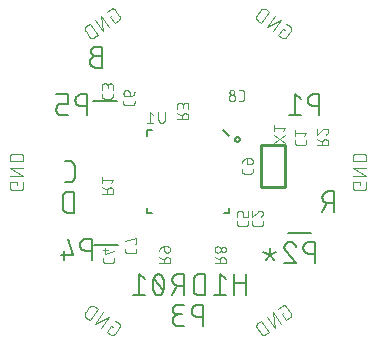
<source format=gbr>
G04 EAGLE Gerber RS-274X export*
G75*
%MOMM*%
%FSLAX34Y34*%
%LPD*%
%INSilkscreen Bottom*%
%IPPOS*%
%AMOC8*
5,1,8,0,0,1.08239X$1,22.5*%
G01*
%ADD10C,0.152400*%
%ADD11C,0.101600*%
%ADD12C,0.076200*%
%ADD13C,0.127000*%
%ADD14C,0.254000*%


D10*
X273106Y444380D02*
X268167Y444380D01*
X268027Y444378D01*
X267888Y444372D01*
X267748Y444362D01*
X267609Y444348D01*
X267470Y444331D01*
X267332Y444309D01*
X267195Y444283D01*
X267058Y444254D01*
X266922Y444221D01*
X266788Y444184D01*
X266654Y444143D01*
X266522Y444098D01*
X266390Y444049D01*
X266261Y443997D01*
X266133Y443942D01*
X266006Y443882D01*
X265881Y443819D01*
X265758Y443753D01*
X265637Y443683D01*
X265518Y443610D01*
X265401Y443533D01*
X265287Y443453D01*
X265174Y443370D01*
X265064Y443284D01*
X264957Y443194D01*
X264852Y443102D01*
X264750Y443007D01*
X264650Y442909D01*
X264553Y442808D01*
X264459Y442704D01*
X264369Y442598D01*
X264281Y442489D01*
X264196Y442378D01*
X264115Y442264D01*
X264036Y442149D01*
X263961Y442031D01*
X263890Y441911D01*
X263822Y441788D01*
X263757Y441665D01*
X263696Y441539D01*
X263638Y441411D01*
X263584Y441283D01*
X263534Y441152D01*
X263487Y441020D01*
X263444Y440887D01*
X263405Y440753D01*
X263370Y440618D01*
X263339Y440482D01*
X263311Y440344D01*
X263288Y440207D01*
X263268Y440068D01*
X263252Y439929D01*
X263240Y439790D01*
X263232Y439651D01*
X263228Y439511D01*
X263228Y439371D01*
X263232Y439231D01*
X263240Y439092D01*
X263252Y438953D01*
X263268Y438814D01*
X263288Y438675D01*
X263311Y438538D01*
X263339Y438400D01*
X263370Y438264D01*
X263405Y438129D01*
X263444Y437995D01*
X263487Y437862D01*
X263534Y437730D01*
X263584Y437599D01*
X263638Y437471D01*
X263696Y437343D01*
X263757Y437217D01*
X263822Y437094D01*
X263890Y436972D01*
X263961Y436851D01*
X264036Y436733D01*
X264115Y436618D01*
X264196Y436504D01*
X264281Y436393D01*
X264369Y436284D01*
X264459Y436178D01*
X264553Y436074D01*
X264650Y435973D01*
X264750Y435875D01*
X264852Y435780D01*
X264957Y435688D01*
X265064Y435598D01*
X265174Y435512D01*
X265287Y435429D01*
X265401Y435349D01*
X265518Y435272D01*
X265637Y435199D01*
X265758Y435129D01*
X265881Y435063D01*
X266006Y435000D01*
X266133Y434940D01*
X266261Y434885D01*
X266390Y434833D01*
X266522Y434784D01*
X266654Y434739D01*
X266788Y434698D01*
X266922Y434661D01*
X267058Y434628D01*
X267195Y434599D01*
X267332Y434573D01*
X267470Y434551D01*
X267609Y434534D01*
X267748Y434520D01*
X267888Y434510D01*
X268027Y434504D01*
X268167Y434502D01*
X268167Y434503D02*
X273106Y434503D01*
X273106Y452283D01*
X268167Y452283D01*
X268167Y452282D02*
X268043Y452280D01*
X267919Y452274D01*
X267795Y452264D01*
X267672Y452251D01*
X267549Y452233D01*
X267427Y452212D01*
X267305Y452187D01*
X267184Y452158D01*
X267065Y452125D01*
X266946Y452089D01*
X266829Y452048D01*
X266713Y452005D01*
X266598Y451957D01*
X266485Y451906D01*
X266373Y451851D01*
X266264Y451793D01*
X266156Y451732D01*
X266050Y451667D01*
X265946Y451599D01*
X265845Y451527D01*
X265745Y451453D01*
X265649Y451375D01*
X265554Y451295D01*
X265462Y451211D01*
X265373Y451125D01*
X265287Y451036D01*
X265203Y450944D01*
X265123Y450849D01*
X265045Y450753D01*
X264971Y450653D01*
X264899Y450552D01*
X264831Y450448D01*
X264766Y450342D01*
X264705Y450234D01*
X264647Y450125D01*
X264592Y450013D01*
X264541Y449900D01*
X264493Y449785D01*
X264450Y449669D01*
X264409Y449552D01*
X264373Y449433D01*
X264340Y449314D01*
X264311Y449193D01*
X264286Y449071D01*
X264265Y448949D01*
X264247Y448826D01*
X264234Y448703D01*
X264224Y448579D01*
X264218Y448455D01*
X264216Y448331D01*
X264218Y448207D01*
X264224Y448083D01*
X264234Y447959D01*
X264247Y447836D01*
X264265Y447713D01*
X264286Y447591D01*
X264311Y447469D01*
X264340Y447348D01*
X264373Y447229D01*
X264409Y447110D01*
X264450Y446993D01*
X264493Y446877D01*
X264541Y446762D01*
X264592Y446649D01*
X264647Y446537D01*
X264705Y446428D01*
X264766Y446320D01*
X264831Y446214D01*
X264899Y446110D01*
X264971Y446009D01*
X265045Y445909D01*
X265123Y445813D01*
X265203Y445718D01*
X265287Y445626D01*
X265373Y445537D01*
X265462Y445451D01*
X265554Y445367D01*
X265649Y445287D01*
X265745Y445209D01*
X265845Y445135D01*
X265946Y445063D01*
X266050Y444995D01*
X266156Y444930D01*
X266264Y444869D01*
X266373Y444811D01*
X266485Y444756D01*
X266598Y444705D01*
X266713Y444657D01*
X266829Y444614D01*
X266946Y444573D01*
X267065Y444537D01*
X267184Y444504D01*
X267305Y444475D01*
X267427Y444450D01*
X267549Y444429D01*
X267672Y444411D01*
X267795Y444398D01*
X267919Y444388D01*
X268043Y444382D01*
X268167Y444380D01*
X469872Y329631D02*
X469872Y311851D01*
X469872Y329631D02*
X464933Y329631D01*
X464793Y329629D01*
X464654Y329623D01*
X464514Y329613D01*
X464375Y329599D01*
X464236Y329582D01*
X464098Y329560D01*
X463961Y329534D01*
X463824Y329505D01*
X463688Y329472D01*
X463554Y329435D01*
X463420Y329394D01*
X463288Y329349D01*
X463156Y329300D01*
X463027Y329248D01*
X462899Y329193D01*
X462772Y329133D01*
X462647Y329070D01*
X462524Y329004D01*
X462403Y328934D01*
X462284Y328861D01*
X462167Y328784D01*
X462053Y328704D01*
X461940Y328621D01*
X461830Y328535D01*
X461723Y328445D01*
X461618Y328353D01*
X461516Y328258D01*
X461416Y328160D01*
X461319Y328059D01*
X461225Y327955D01*
X461135Y327849D01*
X461047Y327740D01*
X460962Y327629D01*
X460881Y327515D01*
X460802Y327400D01*
X460727Y327282D01*
X460656Y327162D01*
X460588Y327039D01*
X460523Y326916D01*
X460462Y326790D01*
X460404Y326662D01*
X460350Y326534D01*
X460300Y326403D01*
X460253Y326271D01*
X460210Y326138D01*
X460171Y326004D01*
X460136Y325869D01*
X460105Y325733D01*
X460077Y325595D01*
X460054Y325458D01*
X460034Y325319D01*
X460018Y325180D01*
X460006Y325041D01*
X459998Y324902D01*
X459994Y324762D01*
X459994Y324622D01*
X459998Y324482D01*
X460006Y324343D01*
X460018Y324204D01*
X460034Y324065D01*
X460054Y323926D01*
X460077Y323789D01*
X460105Y323651D01*
X460136Y323515D01*
X460171Y323380D01*
X460210Y323246D01*
X460253Y323113D01*
X460300Y322981D01*
X460350Y322850D01*
X460404Y322722D01*
X460462Y322594D01*
X460523Y322468D01*
X460588Y322345D01*
X460656Y322223D01*
X460727Y322102D01*
X460802Y321984D01*
X460881Y321869D01*
X460962Y321755D01*
X461047Y321644D01*
X461135Y321535D01*
X461225Y321429D01*
X461319Y321325D01*
X461416Y321224D01*
X461516Y321126D01*
X461618Y321031D01*
X461723Y320939D01*
X461830Y320849D01*
X461940Y320763D01*
X462053Y320680D01*
X462167Y320600D01*
X462284Y320523D01*
X462403Y320450D01*
X462524Y320380D01*
X462647Y320314D01*
X462772Y320251D01*
X462899Y320191D01*
X463027Y320136D01*
X463156Y320084D01*
X463288Y320035D01*
X463420Y319990D01*
X463554Y319949D01*
X463688Y319912D01*
X463824Y319879D01*
X463961Y319850D01*
X464098Y319824D01*
X464236Y319802D01*
X464375Y319785D01*
X464514Y319771D01*
X464654Y319761D01*
X464793Y319755D01*
X464933Y319753D01*
X469872Y319753D01*
X463945Y319753D02*
X459994Y311851D01*
X249900Y311645D02*
X249900Y329425D01*
X244962Y329425D01*
X244823Y329423D01*
X244685Y329417D01*
X244547Y329408D01*
X244409Y329394D01*
X244272Y329377D01*
X244135Y329355D01*
X243998Y329330D01*
X243863Y329301D01*
X243728Y329268D01*
X243595Y329232D01*
X243462Y329192D01*
X243331Y329148D01*
X243201Y329100D01*
X243072Y329049D01*
X242945Y328994D01*
X242819Y328936D01*
X242695Y328874D01*
X242573Y328809D01*
X242453Y328740D01*
X242334Y328668D01*
X242218Y328593D01*
X242104Y328514D01*
X241992Y328432D01*
X241883Y328347D01*
X241775Y328260D01*
X241671Y328169D01*
X241569Y328075D01*
X241470Y327978D01*
X241373Y327879D01*
X241279Y327777D01*
X241188Y327673D01*
X241101Y327565D01*
X241016Y327456D01*
X240934Y327344D01*
X240855Y327230D01*
X240780Y327114D01*
X240708Y326995D01*
X240639Y326875D01*
X240574Y326753D01*
X240512Y326629D01*
X240454Y326503D01*
X240399Y326376D01*
X240348Y326247D01*
X240300Y326117D01*
X240256Y325986D01*
X240216Y325853D01*
X240180Y325720D01*
X240147Y325585D01*
X240118Y325450D01*
X240093Y325313D01*
X240071Y325176D01*
X240054Y325039D01*
X240040Y324901D01*
X240031Y324763D01*
X240025Y324625D01*
X240023Y324486D01*
X240023Y316584D01*
X240025Y316445D01*
X240031Y316307D01*
X240040Y316169D01*
X240054Y316031D01*
X240071Y315894D01*
X240093Y315757D01*
X240118Y315620D01*
X240147Y315485D01*
X240180Y315350D01*
X240216Y315217D01*
X240256Y315084D01*
X240300Y314953D01*
X240348Y314823D01*
X240399Y314694D01*
X240454Y314567D01*
X240512Y314441D01*
X240574Y314317D01*
X240639Y314195D01*
X240708Y314075D01*
X240780Y313956D01*
X240855Y313840D01*
X240934Y313726D01*
X241016Y313614D01*
X241101Y313505D01*
X241188Y313397D01*
X241279Y313293D01*
X241373Y313191D01*
X241470Y313092D01*
X241569Y312995D01*
X241671Y312901D01*
X241775Y312810D01*
X241883Y312723D01*
X241992Y312638D01*
X242104Y312556D01*
X242218Y312477D01*
X242334Y312402D01*
X242453Y312330D01*
X242573Y312261D01*
X242695Y312196D01*
X242819Y312134D01*
X242945Y312076D01*
X243072Y312021D01*
X243201Y311970D01*
X243331Y311922D01*
X243462Y311878D01*
X243595Y311838D01*
X243728Y311802D01*
X243863Y311769D01*
X243998Y311740D01*
X244135Y311715D01*
X244272Y311693D01*
X244409Y311676D01*
X244547Y311662D01*
X244685Y311653D01*
X244823Y311647D01*
X244962Y311645D01*
X249900Y311645D01*
X246231Y337523D02*
X242280Y337523D01*
X246231Y337523D02*
X246355Y337525D01*
X246479Y337531D01*
X246603Y337541D01*
X246726Y337554D01*
X246849Y337572D01*
X246971Y337593D01*
X247093Y337618D01*
X247214Y337647D01*
X247333Y337680D01*
X247452Y337716D01*
X247569Y337757D01*
X247685Y337800D01*
X247800Y337848D01*
X247913Y337899D01*
X248025Y337954D01*
X248134Y338012D01*
X248242Y338073D01*
X248348Y338138D01*
X248452Y338206D01*
X248553Y338278D01*
X248653Y338352D01*
X248749Y338430D01*
X248844Y338510D01*
X248936Y338594D01*
X249025Y338680D01*
X249111Y338769D01*
X249195Y338861D01*
X249275Y338956D01*
X249353Y339052D01*
X249427Y339152D01*
X249499Y339253D01*
X249567Y339357D01*
X249632Y339463D01*
X249693Y339571D01*
X249751Y339680D01*
X249806Y339792D01*
X249857Y339905D01*
X249905Y340020D01*
X249948Y340136D01*
X249989Y340253D01*
X250025Y340372D01*
X250058Y340491D01*
X250087Y340612D01*
X250112Y340734D01*
X250133Y340856D01*
X250151Y340979D01*
X250164Y341102D01*
X250174Y341226D01*
X250180Y341350D01*
X250182Y341474D01*
X250182Y351352D01*
X250180Y351476D01*
X250174Y351600D01*
X250164Y351724D01*
X250151Y351847D01*
X250133Y351970D01*
X250112Y352092D01*
X250087Y352214D01*
X250058Y352335D01*
X250025Y352454D01*
X249989Y352573D01*
X249948Y352690D01*
X249905Y352806D01*
X249857Y352921D01*
X249806Y353034D01*
X249751Y353146D01*
X249693Y353255D01*
X249632Y353363D01*
X249567Y353469D01*
X249499Y353573D01*
X249427Y353674D01*
X249353Y353774D01*
X249275Y353870D01*
X249195Y353965D01*
X249111Y354057D01*
X249025Y354146D01*
X248936Y354232D01*
X248844Y354316D01*
X248749Y354396D01*
X248653Y354474D01*
X248553Y354548D01*
X248452Y354620D01*
X248348Y354688D01*
X248242Y354753D01*
X248134Y354814D01*
X248025Y354872D01*
X247913Y354927D01*
X247800Y354978D01*
X247686Y355026D01*
X247569Y355069D01*
X247452Y355110D01*
X247333Y355146D01*
X247214Y355179D01*
X247093Y355208D01*
X246971Y355233D01*
X246849Y355254D01*
X246726Y355272D01*
X246603Y355285D01*
X246479Y355295D01*
X246355Y355301D01*
X246231Y355303D01*
X242280Y355303D01*
D11*
X426501Y467300D02*
X428096Y466183D01*
X426501Y467300D02*
X422778Y461983D01*
X425968Y459749D01*
X426051Y459694D01*
X426135Y459642D01*
X426222Y459593D01*
X426310Y459547D01*
X426400Y459505D01*
X426492Y459466D01*
X426585Y459431D01*
X426679Y459399D01*
X426774Y459371D01*
X426871Y459347D01*
X426968Y459326D01*
X427066Y459310D01*
X427165Y459296D01*
X427264Y459287D01*
X427363Y459282D01*
X427463Y459280D01*
X427562Y459282D01*
X427661Y459288D01*
X427760Y459298D01*
X427859Y459311D01*
X427957Y459329D01*
X428054Y459350D01*
X428150Y459374D01*
X428246Y459403D01*
X428340Y459435D01*
X428433Y459470D01*
X428524Y459509D01*
X428614Y459552D01*
X428702Y459598D01*
X428788Y459647D01*
X428873Y459700D01*
X428955Y459756D01*
X429035Y459815D01*
X429113Y459877D01*
X429188Y459942D01*
X429261Y460009D01*
X429331Y460080D01*
X429399Y460153D01*
X429463Y460229D01*
X429525Y460307D01*
X429584Y460387D01*
X433307Y465704D01*
X433362Y465787D01*
X433414Y465871D01*
X433463Y465958D01*
X433509Y466046D01*
X433551Y466136D01*
X433590Y466228D01*
X433625Y466321D01*
X433657Y466415D01*
X433685Y466510D01*
X433709Y466607D01*
X433730Y466704D01*
X433746Y466802D01*
X433760Y466901D01*
X433769Y467000D01*
X433774Y467099D01*
X433776Y467199D01*
X433774Y467298D01*
X433768Y467397D01*
X433758Y467496D01*
X433745Y467595D01*
X433727Y467693D01*
X433706Y467790D01*
X433682Y467886D01*
X433653Y467982D01*
X433621Y468076D01*
X433586Y468169D01*
X433547Y468260D01*
X433504Y468350D01*
X433458Y468438D01*
X433409Y468524D01*
X433356Y468609D01*
X433300Y468691D01*
X433241Y468771D01*
X433179Y468849D01*
X433114Y468924D01*
X433047Y468997D01*
X432976Y469067D01*
X432903Y469135D01*
X432827Y469199D01*
X432749Y469261D01*
X432669Y469320D01*
X432670Y469320D02*
X429479Y471554D01*
X424810Y474824D02*
X418108Y465253D01*
X412791Y468976D02*
X424810Y474824D01*
X419492Y478547D02*
X412791Y468976D01*
X408121Y472246D02*
X414822Y481817D01*
X412164Y483678D01*
X412164Y483679D02*
X412070Y483742D01*
X411974Y483802D01*
X411876Y483859D01*
X411776Y483912D01*
X411674Y483962D01*
X411570Y484008D01*
X411465Y484050D01*
X411359Y484089D01*
X411251Y484124D01*
X411142Y484155D01*
X411032Y484183D01*
X410921Y484206D01*
X410810Y484226D01*
X410698Y484242D01*
X410585Y484254D01*
X410472Y484262D01*
X410359Y484266D01*
X410245Y484266D01*
X410132Y484262D01*
X410019Y484254D01*
X409906Y484242D01*
X409794Y484226D01*
X409683Y484206D01*
X409572Y484183D01*
X409462Y484155D01*
X409353Y484124D01*
X409245Y484089D01*
X409139Y484050D01*
X409034Y484008D01*
X408930Y483962D01*
X408828Y483912D01*
X408728Y483859D01*
X408630Y483802D01*
X408534Y483742D01*
X408440Y483679D01*
X408349Y483612D01*
X408259Y483543D01*
X408172Y483470D01*
X408088Y483394D01*
X408007Y483315D01*
X407928Y483234D01*
X407852Y483150D01*
X407779Y483063D01*
X407710Y482974D01*
X407643Y482882D01*
X407644Y482881D02*
X404665Y478628D01*
X404602Y478534D01*
X404542Y478438D01*
X404485Y478340D01*
X404432Y478240D01*
X404382Y478138D01*
X404336Y478034D01*
X404294Y477929D01*
X404255Y477823D01*
X404220Y477715D01*
X404189Y477606D01*
X404161Y477496D01*
X404138Y477385D01*
X404118Y477274D01*
X404102Y477162D01*
X404090Y477049D01*
X404082Y476936D01*
X404078Y476823D01*
X404078Y476709D01*
X404082Y476596D01*
X404090Y476483D01*
X404102Y476370D01*
X404118Y476258D01*
X404138Y476147D01*
X404161Y476036D01*
X404189Y475926D01*
X404220Y475817D01*
X404255Y475709D01*
X404294Y475603D01*
X404336Y475498D01*
X404382Y475394D01*
X404432Y475292D01*
X404485Y475192D01*
X404542Y475094D01*
X404602Y474998D01*
X404665Y474904D01*
X404732Y474812D01*
X404801Y474723D01*
X404874Y474636D01*
X404950Y474552D01*
X405029Y474471D01*
X405110Y474392D01*
X405194Y474316D01*
X405281Y474243D01*
X405371Y474174D01*
X405462Y474107D01*
X408121Y472246D01*
X492049Y337254D02*
X492049Y335306D01*
X492049Y337254D02*
X485558Y337254D01*
X485558Y333359D01*
X485560Y333260D01*
X485566Y333160D01*
X485575Y333061D01*
X485588Y332963D01*
X485605Y332865D01*
X485626Y332767D01*
X485651Y332671D01*
X485679Y332576D01*
X485711Y332482D01*
X485746Y332389D01*
X485785Y332297D01*
X485828Y332207D01*
X485873Y332119D01*
X485923Y332032D01*
X485975Y331948D01*
X486031Y331865D01*
X486089Y331785D01*
X486151Y331707D01*
X486216Y331632D01*
X486284Y331559D01*
X486354Y331489D01*
X486427Y331421D01*
X486502Y331356D01*
X486580Y331294D01*
X486660Y331236D01*
X486743Y331180D01*
X486827Y331128D01*
X486914Y331078D01*
X487002Y331033D01*
X487092Y330990D01*
X487184Y330951D01*
X487277Y330916D01*
X487371Y330884D01*
X487466Y330856D01*
X487562Y330831D01*
X487660Y330810D01*
X487758Y330793D01*
X487856Y330780D01*
X487955Y330771D01*
X488055Y330765D01*
X488154Y330763D01*
X494646Y330763D01*
X494745Y330765D01*
X494845Y330771D01*
X494944Y330780D01*
X495042Y330793D01*
X495140Y330810D01*
X495238Y330831D01*
X495334Y330856D01*
X495429Y330884D01*
X495523Y330916D01*
X495616Y330951D01*
X495708Y330990D01*
X495798Y331033D01*
X495886Y331078D01*
X495973Y331128D01*
X496057Y331180D01*
X496140Y331236D01*
X496220Y331294D01*
X496298Y331356D01*
X496373Y331421D01*
X496446Y331489D01*
X496516Y331559D01*
X496584Y331632D01*
X496649Y331707D01*
X496711Y331785D01*
X496769Y331865D01*
X496825Y331948D01*
X496877Y332032D01*
X496927Y332119D01*
X496972Y332207D01*
X497015Y332297D01*
X497054Y332389D01*
X497089Y332481D01*
X497121Y332576D01*
X497149Y332671D01*
X497174Y332767D01*
X497195Y332865D01*
X497212Y332963D01*
X497225Y333061D01*
X497234Y333160D01*
X497240Y333260D01*
X497242Y333359D01*
X497242Y337254D01*
X497242Y342954D02*
X485558Y342954D01*
X485558Y349446D02*
X497242Y342954D01*
X497242Y349446D02*
X485558Y349446D01*
X485558Y355146D02*
X497242Y355146D01*
X497242Y358392D01*
X497240Y358505D01*
X497234Y358618D01*
X497224Y358731D01*
X497210Y358844D01*
X497193Y358956D01*
X497171Y359067D01*
X497146Y359177D01*
X497116Y359287D01*
X497083Y359395D01*
X497046Y359502D01*
X497006Y359608D01*
X496961Y359712D01*
X496913Y359815D01*
X496862Y359916D01*
X496807Y360015D01*
X496749Y360112D01*
X496687Y360207D01*
X496622Y360300D01*
X496554Y360390D01*
X496483Y360478D01*
X496408Y360564D01*
X496331Y360647D01*
X496251Y360727D01*
X496168Y360804D01*
X496082Y360879D01*
X495994Y360950D01*
X495904Y361018D01*
X495811Y361083D01*
X495716Y361145D01*
X495619Y361203D01*
X495520Y361258D01*
X495419Y361309D01*
X495316Y361357D01*
X495212Y361402D01*
X495106Y361442D01*
X494999Y361479D01*
X494891Y361512D01*
X494781Y361542D01*
X494671Y361567D01*
X494560Y361589D01*
X494448Y361606D01*
X494335Y361620D01*
X494222Y361630D01*
X494109Y361636D01*
X493996Y361638D01*
X488804Y361638D01*
X488691Y361636D01*
X488578Y361630D01*
X488465Y361620D01*
X488352Y361606D01*
X488240Y361589D01*
X488129Y361567D01*
X488019Y361542D01*
X487909Y361512D01*
X487801Y361479D01*
X487694Y361442D01*
X487588Y361402D01*
X487484Y361357D01*
X487381Y361309D01*
X487280Y361258D01*
X487181Y361203D01*
X487084Y361145D01*
X486989Y361083D01*
X486896Y361018D01*
X486806Y360950D01*
X486718Y360879D01*
X486632Y360804D01*
X486549Y360727D01*
X486469Y360647D01*
X486392Y360564D01*
X486317Y360478D01*
X486246Y360390D01*
X486178Y360300D01*
X486113Y360207D01*
X486051Y360112D01*
X485993Y360015D01*
X485938Y359916D01*
X485887Y359815D01*
X485839Y359712D01*
X485794Y359608D01*
X485754Y359502D01*
X485717Y359395D01*
X485684Y359287D01*
X485654Y359177D01*
X485629Y359067D01*
X485607Y358956D01*
X485590Y358844D01*
X485576Y358731D01*
X485566Y358618D01*
X485560Y358505D01*
X485558Y358392D01*
X485558Y355146D01*
X427351Y227280D02*
X425756Y226163D01*
X429479Y220846D01*
X432670Y223080D01*
X432669Y223080D02*
X432749Y223139D01*
X432827Y223201D01*
X432903Y223265D01*
X432976Y223333D01*
X433047Y223403D01*
X433114Y223476D01*
X433179Y223551D01*
X433241Y223629D01*
X433300Y223709D01*
X433356Y223791D01*
X433409Y223876D01*
X433458Y223962D01*
X433504Y224050D01*
X433547Y224140D01*
X433586Y224231D01*
X433621Y224324D01*
X433653Y224418D01*
X433682Y224514D01*
X433706Y224610D01*
X433727Y224707D01*
X433745Y224805D01*
X433758Y224904D01*
X433768Y225003D01*
X433774Y225102D01*
X433776Y225201D01*
X433774Y225301D01*
X433769Y225400D01*
X433759Y225499D01*
X433746Y225598D01*
X433730Y225696D01*
X433709Y225793D01*
X433685Y225890D01*
X433657Y225985D01*
X433625Y226079D01*
X433590Y226172D01*
X433551Y226264D01*
X433509Y226354D01*
X433463Y226442D01*
X433414Y226529D01*
X433362Y226613D01*
X433307Y226696D01*
X429584Y232013D01*
X429525Y232093D01*
X429463Y232171D01*
X429399Y232247D01*
X429331Y232320D01*
X429261Y232391D01*
X429188Y232458D01*
X429113Y232523D01*
X429035Y232585D01*
X428955Y232644D01*
X428873Y232700D01*
X428788Y232753D01*
X428702Y232802D01*
X428614Y232848D01*
X428524Y232891D01*
X428433Y232930D01*
X428340Y232965D01*
X428246Y232997D01*
X428150Y233026D01*
X428054Y233050D01*
X427957Y233071D01*
X427859Y233089D01*
X427760Y233102D01*
X427661Y233112D01*
X427562Y233118D01*
X427463Y233120D01*
X427363Y233118D01*
X427264Y233113D01*
X427165Y233104D01*
X427066Y233090D01*
X426968Y233074D01*
X426871Y233053D01*
X426774Y233029D01*
X426679Y233001D01*
X426585Y232969D01*
X426492Y232934D01*
X426400Y232895D01*
X426310Y232853D01*
X426222Y232807D01*
X426135Y232758D01*
X426051Y232706D01*
X425968Y232651D01*
X422778Y230417D01*
X418108Y227147D02*
X424809Y217576D01*
X419492Y213853D02*
X418108Y227147D01*
X412791Y223424D02*
X419492Y213853D01*
X414822Y210583D02*
X408121Y220154D01*
X405462Y218292D01*
X405462Y218293D02*
X405371Y218226D01*
X405281Y218157D01*
X405194Y218084D01*
X405110Y218008D01*
X405029Y217929D01*
X404950Y217848D01*
X404874Y217764D01*
X404801Y217677D01*
X404732Y217588D01*
X404665Y217496D01*
X404602Y217402D01*
X404542Y217306D01*
X404485Y217208D01*
X404432Y217108D01*
X404382Y217006D01*
X404336Y216902D01*
X404294Y216797D01*
X404255Y216691D01*
X404220Y216583D01*
X404189Y216474D01*
X404161Y216364D01*
X404138Y216253D01*
X404118Y216142D01*
X404102Y216030D01*
X404090Y215917D01*
X404082Y215804D01*
X404078Y215691D01*
X404078Y215577D01*
X404082Y215464D01*
X404090Y215351D01*
X404102Y215238D01*
X404118Y215126D01*
X404138Y215015D01*
X404161Y214904D01*
X404189Y214794D01*
X404220Y214685D01*
X404255Y214577D01*
X404294Y214471D01*
X404336Y214366D01*
X404382Y214262D01*
X404432Y214160D01*
X404485Y214060D01*
X404542Y213962D01*
X404602Y213866D01*
X404665Y213772D01*
X407644Y209518D01*
X407643Y209518D02*
X407710Y209427D01*
X407779Y209337D01*
X407852Y209250D01*
X407928Y209166D01*
X408007Y209085D01*
X408088Y209006D01*
X408172Y208930D01*
X408259Y208857D01*
X408349Y208788D01*
X408440Y208721D01*
X408534Y208658D01*
X408630Y208598D01*
X408728Y208541D01*
X408828Y208488D01*
X408930Y208438D01*
X409034Y208392D01*
X409139Y208350D01*
X409245Y208311D01*
X409353Y208276D01*
X409462Y208245D01*
X409572Y208217D01*
X409683Y208194D01*
X409794Y208174D01*
X409906Y208158D01*
X410019Y208146D01*
X410132Y208138D01*
X410245Y208134D01*
X410359Y208134D01*
X410472Y208138D01*
X410585Y208146D01*
X410698Y208158D01*
X410810Y208174D01*
X410921Y208194D01*
X411032Y208217D01*
X411142Y208245D01*
X411251Y208276D01*
X411359Y208311D01*
X411465Y208350D01*
X411570Y208392D01*
X411674Y208438D01*
X411776Y208488D01*
X411876Y208541D01*
X411974Y208598D01*
X412070Y208658D01*
X412164Y208721D01*
X414822Y210583D01*
X282896Y214783D02*
X281301Y215900D01*
X277578Y210583D01*
X280768Y208349D01*
X280851Y208294D01*
X280935Y208242D01*
X281022Y208193D01*
X281110Y208147D01*
X281200Y208105D01*
X281292Y208066D01*
X281385Y208031D01*
X281479Y207999D01*
X281574Y207971D01*
X281671Y207947D01*
X281768Y207926D01*
X281866Y207910D01*
X281965Y207896D01*
X282064Y207887D01*
X282163Y207882D01*
X282263Y207880D01*
X282362Y207882D01*
X282461Y207888D01*
X282560Y207898D01*
X282659Y207911D01*
X282757Y207929D01*
X282854Y207950D01*
X282950Y207974D01*
X283046Y208003D01*
X283140Y208035D01*
X283233Y208070D01*
X283324Y208109D01*
X283414Y208152D01*
X283502Y208198D01*
X283588Y208247D01*
X283673Y208300D01*
X283755Y208356D01*
X283835Y208415D01*
X283913Y208477D01*
X283988Y208542D01*
X284061Y208609D01*
X284131Y208680D01*
X284199Y208753D01*
X284263Y208829D01*
X284325Y208907D01*
X284384Y208987D01*
X288107Y214304D01*
X288162Y214387D01*
X288214Y214471D01*
X288263Y214558D01*
X288309Y214646D01*
X288351Y214736D01*
X288390Y214828D01*
X288425Y214921D01*
X288457Y215015D01*
X288485Y215110D01*
X288509Y215207D01*
X288530Y215304D01*
X288546Y215402D01*
X288560Y215501D01*
X288569Y215600D01*
X288574Y215699D01*
X288576Y215799D01*
X288574Y215898D01*
X288568Y215997D01*
X288558Y216096D01*
X288545Y216195D01*
X288527Y216293D01*
X288506Y216390D01*
X288482Y216486D01*
X288453Y216582D01*
X288421Y216676D01*
X288386Y216769D01*
X288347Y216860D01*
X288304Y216950D01*
X288258Y217038D01*
X288209Y217124D01*
X288156Y217209D01*
X288100Y217291D01*
X288041Y217371D01*
X287979Y217449D01*
X287914Y217524D01*
X287847Y217597D01*
X287776Y217667D01*
X287703Y217735D01*
X287627Y217799D01*
X287549Y217861D01*
X287469Y217920D01*
X287470Y217920D02*
X284279Y220154D01*
X279610Y223424D02*
X272908Y213853D01*
X267591Y217576D02*
X279610Y223424D01*
X274292Y227147D02*
X267591Y217576D01*
X262921Y220846D02*
X269622Y230417D01*
X266964Y232278D01*
X266964Y232279D02*
X266870Y232342D01*
X266774Y232402D01*
X266676Y232459D01*
X266576Y232512D01*
X266474Y232562D01*
X266370Y232608D01*
X266265Y232650D01*
X266159Y232689D01*
X266051Y232724D01*
X265942Y232755D01*
X265832Y232783D01*
X265721Y232806D01*
X265610Y232826D01*
X265498Y232842D01*
X265385Y232854D01*
X265272Y232862D01*
X265159Y232866D01*
X265045Y232866D01*
X264932Y232862D01*
X264819Y232854D01*
X264706Y232842D01*
X264594Y232826D01*
X264483Y232806D01*
X264372Y232783D01*
X264262Y232755D01*
X264153Y232724D01*
X264045Y232689D01*
X263939Y232650D01*
X263834Y232608D01*
X263730Y232562D01*
X263628Y232512D01*
X263528Y232459D01*
X263430Y232402D01*
X263334Y232342D01*
X263240Y232279D01*
X263149Y232212D01*
X263059Y232143D01*
X262972Y232070D01*
X262888Y231994D01*
X262807Y231915D01*
X262728Y231834D01*
X262652Y231750D01*
X262579Y231663D01*
X262510Y231574D01*
X262443Y231482D01*
X262444Y231481D02*
X259465Y227228D01*
X259402Y227134D01*
X259342Y227038D01*
X259285Y226940D01*
X259232Y226840D01*
X259182Y226738D01*
X259136Y226634D01*
X259094Y226529D01*
X259055Y226423D01*
X259020Y226315D01*
X258989Y226206D01*
X258961Y226096D01*
X258938Y225985D01*
X258918Y225874D01*
X258902Y225762D01*
X258890Y225649D01*
X258882Y225536D01*
X258878Y225423D01*
X258878Y225309D01*
X258882Y225196D01*
X258890Y225083D01*
X258902Y224970D01*
X258918Y224858D01*
X258938Y224747D01*
X258961Y224636D01*
X258989Y224526D01*
X259020Y224417D01*
X259055Y224309D01*
X259094Y224203D01*
X259136Y224098D01*
X259182Y223994D01*
X259232Y223892D01*
X259285Y223792D01*
X259342Y223694D01*
X259402Y223598D01*
X259465Y223504D01*
X259532Y223412D01*
X259601Y223323D01*
X259674Y223236D01*
X259750Y223152D01*
X259829Y223071D01*
X259910Y222992D01*
X259994Y222916D01*
X260081Y222843D01*
X260171Y222774D01*
X260262Y222707D01*
X262921Y220846D01*
X201649Y335306D02*
X201649Y337254D01*
X195158Y337254D01*
X195158Y333359D01*
X195160Y333260D01*
X195166Y333160D01*
X195175Y333061D01*
X195188Y332963D01*
X195205Y332865D01*
X195226Y332767D01*
X195251Y332671D01*
X195279Y332576D01*
X195311Y332482D01*
X195346Y332389D01*
X195385Y332297D01*
X195428Y332207D01*
X195473Y332119D01*
X195523Y332032D01*
X195575Y331948D01*
X195631Y331865D01*
X195689Y331785D01*
X195751Y331707D01*
X195816Y331632D01*
X195884Y331559D01*
X195954Y331489D01*
X196027Y331421D01*
X196102Y331356D01*
X196180Y331294D01*
X196260Y331236D01*
X196343Y331180D01*
X196427Y331128D01*
X196514Y331078D01*
X196602Y331033D01*
X196692Y330990D01*
X196784Y330951D01*
X196877Y330916D01*
X196971Y330884D01*
X197066Y330856D01*
X197162Y330831D01*
X197260Y330810D01*
X197358Y330793D01*
X197456Y330780D01*
X197555Y330771D01*
X197655Y330765D01*
X197754Y330763D01*
X204246Y330763D01*
X204345Y330765D01*
X204445Y330771D01*
X204544Y330780D01*
X204642Y330793D01*
X204740Y330810D01*
X204838Y330831D01*
X204934Y330856D01*
X205029Y330884D01*
X205123Y330916D01*
X205216Y330951D01*
X205308Y330990D01*
X205398Y331033D01*
X205486Y331078D01*
X205573Y331128D01*
X205657Y331180D01*
X205740Y331236D01*
X205820Y331294D01*
X205898Y331356D01*
X205973Y331421D01*
X206046Y331489D01*
X206116Y331559D01*
X206184Y331632D01*
X206249Y331707D01*
X206311Y331785D01*
X206369Y331865D01*
X206425Y331948D01*
X206477Y332032D01*
X206527Y332119D01*
X206572Y332207D01*
X206615Y332297D01*
X206654Y332389D01*
X206689Y332481D01*
X206721Y332576D01*
X206749Y332671D01*
X206774Y332767D01*
X206795Y332865D01*
X206812Y332963D01*
X206825Y333061D01*
X206834Y333160D01*
X206840Y333260D01*
X206842Y333359D01*
X206842Y337254D01*
X206842Y342954D02*
X195158Y342954D01*
X195158Y349446D02*
X206842Y342954D01*
X206842Y349446D02*
X195158Y349446D01*
X195158Y355146D02*
X206842Y355146D01*
X206842Y358392D01*
X206840Y358505D01*
X206834Y358618D01*
X206824Y358731D01*
X206810Y358844D01*
X206793Y358956D01*
X206771Y359067D01*
X206746Y359177D01*
X206716Y359287D01*
X206683Y359395D01*
X206646Y359502D01*
X206606Y359608D01*
X206561Y359712D01*
X206513Y359815D01*
X206462Y359916D01*
X206407Y360015D01*
X206349Y360112D01*
X206287Y360207D01*
X206222Y360300D01*
X206154Y360390D01*
X206083Y360478D01*
X206008Y360564D01*
X205931Y360647D01*
X205851Y360727D01*
X205768Y360804D01*
X205682Y360879D01*
X205594Y360950D01*
X205504Y361018D01*
X205411Y361083D01*
X205316Y361145D01*
X205219Y361203D01*
X205120Y361258D01*
X205019Y361309D01*
X204916Y361357D01*
X204812Y361402D01*
X204706Y361442D01*
X204599Y361479D01*
X204491Y361512D01*
X204381Y361542D01*
X204271Y361567D01*
X204160Y361589D01*
X204048Y361606D01*
X203935Y361620D01*
X203822Y361630D01*
X203709Y361636D01*
X203596Y361638D01*
X198404Y361638D01*
X198291Y361636D01*
X198178Y361630D01*
X198065Y361620D01*
X197952Y361606D01*
X197840Y361589D01*
X197729Y361567D01*
X197619Y361542D01*
X197509Y361512D01*
X197401Y361479D01*
X197294Y361442D01*
X197188Y361402D01*
X197084Y361357D01*
X196981Y361309D01*
X196880Y361258D01*
X196781Y361203D01*
X196684Y361145D01*
X196589Y361083D01*
X196496Y361018D01*
X196406Y360950D01*
X196318Y360879D01*
X196232Y360804D01*
X196149Y360727D01*
X196069Y360647D01*
X195992Y360564D01*
X195917Y360478D01*
X195846Y360390D01*
X195778Y360300D01*
X195713Y360207D01*
X195651Y360112D01*
X195593Y360015D01*
X195538Y359916D01*
X195487Y359815D01*
X195439Y359712D01*
X195394Y359608D01*
X195354Y359502D01*
X195317Y359395D01*
X195284Y359287D01*
X195254Y359177D01*
X195229Y359067D01*
X195207Y358956D01*
X195190Y358844D01*
X195176Y358731D01*
X195166Y358618D01*
X195160Y358505D01*
X195158Y358392D01*
X195158Y355146D01*
X280556Y477563D02*
X282151Y478680D01*
X280556Y477563D02*
X284279Y472246D01*
X287470Y474480D01*
X287469Y474480D02*
X287549Y474539D01*
X287627Y474601D01*
X287703Y474665D01*
X287776Y474733D01*
X287847Y474803D01*
X287914Y474876D01*
X287979Y474951D01*
X288041Y475029D01*
X288100Y475109D01*
X288156Y475191D01*
X288209Y475276D01*
X288258Y475362D01*
X288304Y475450D01*
X288347Y475540D01*
X288386Y475631D01*
X288421Y475724D01*
X288453Y475818D01*
X288482Y475914D01*
X288506Y476010D01*
X288527Y476107D01*
X288545Y476205D01*
X288558Y476304D01*
X288568Y476403D01*
X288574Y476502D01*
X288576Y476601D01*
X288574Y476701D01*
X288569Y476800D01*
X288559Y476899D01*
X288546Y476998D01*
X288530Y477096D01*
X288509Y477193D01*
X288485Y477290D01*
X288457Y477385D01*
X288425Y477479D01*
X288390Y477572D01*
X288351Y477664D01*
X288309Y477754D01*
X288263Y477842D01*
X288214Y477929D01*
X288162Y478013D01*
X288107Y478096D01*
X284384Y483413D01*
X284325Y483493D01*
X284263Y483571D01*
X284199Y483647D01*
X284131Y483720D01*
X284061Y483791D01*
X283988Y483858D01*
X283913Y483923D01*
X283835Y483985D01*
X283755Y484044D01*
X283673Y484100D01*
X283588Y484153D01*
X283502Y484202D01*
X283414Y484248D01*
X283324Y484291D01*
X283233Y484330D01*
X283140Y484365D01*
X283046Y484397D01*
X282950Y484426D01*
X282854Y484450D01*
X282757Y484471D01*
X282659Y484489D01*
X282560Y484502D01*
X282461Y484512D01*
X282362Y484518D01*
X282263Y484520D01*
X282163Y484518D01*
X282064Y484513D01*
X281965Y484504D01*
X281866Y484490D01*
X281768Y484474D01*
X281671Y484453D01*
X281574Y484429D01*
X281479Y484401D01*
X281385Y484369D01*
X281292Y484334D01*
X281200Y484295D01*
X281110Y484253D01*
X281022Y484207D01*
X280935Y484158D01*
X280851Y484106D01*
X280768Y484051D01*
X277578Y481817D01*
X272908Y478547D02*
X279609Y468976D01*
X274292Y465253D02*
X272908Y478547D01*
X267591Y474824D02*
X274292Y465253D01*
X269622Y461983D02*
X262921Y471554D01*
X260262Y469692D01*
X260262Y469693D02*
X260171Y469626D01*
X260081Y469557D01*
X259994Y469484D01*
X259910Y469408D01*
X259829Y469329D01*
X259750Y469248D01*
X259674Y469164D01*
X259601Y469077D01*
X259532Y468988D01*
X259465Y468896D01*
X259402Y468802D01*
X259342Y468706D01*
X259285Y468608D01*
X259232Y468508D01*
X259182Y468406D01*
X259136Y468302D01*
X259094Y468197D01*
X259055Y468091D01*
X259020Y467983D01*
X258989Y467874D01*
X258961Y467764D01*
X258938Y467653D01*
X258918Y467542D01*
X258902Y467430D01*
X258890Y467317D01*
X258882Y467204D01*
X258878Y467091D01*
X258878Y466977D01*
X258882Y466864D01*
X258890Y466751D01*
X258902Y466638D01*
X258918Y466526D01*
X258938Y466415D01*
X258961Y466304D01*
X258989Y466194D01*
X259020Y466085D01*
X259055Y465977D01*
X259094Y465871D01*
X259136Y465766D01*
X259182Y465662D01*
X259232Y465560D01*
X259285Y465460D01*
X259342Y465362D01*
X259402Y465266D01*
X259465Y465172D01*
X262444Y460918D01*
X262443Y460918D02*
X262510Y460827D01*
X262579Y460737D01*
X262652Y460650D01*
X262728Y460566D01*
X262807Y460485D01*
X262888Y460406D01*
X262972Y460330D01*
X263059Y460257D01*
X263149Y460188D01*
X263240Y460121D01*
X263334Y460058D01*
X263430Y459998D01*
X263528Y459941D01*
X263628Y459888D01*
X263730Y459838D01*
X263834Y459792D01*
X263939Y459750D01*
X264045Y459711D01*
X264153Y459676D01*
X264262Y459645D01*
X264372Y459617D01*
X264483Y459594D01*
X264594Y459574D01*
X264706Y459558D01*
X264819Y459546D01*
X264932Y459538D01*
X265045Y459534D01*
X265159Y459534D01*
X265272Y459538D01*
X265385Y459546D01*
X265498Y459558D01*
X265610Y459574D01*
X265721Y459594D01*
X265832Y459617D01*
X265942Y459645D01*
X266051Y459676D01*
X266159Y459711D01*
X266265Y459750D01*
X266370Y459792D01*
X266474Y459838D01*
X266576Y459888D01*
X266676Y459941D01*
X266774Y459998D01*
X266870Y460058D01*
X266964Y460121D01*
X269622Y461983D01*
D10*
X457536Y411890D02*
X457536Y394110D01*
X457536Y411890D02*
X452598Y411890D01*
X452458Y411888D01*
X452319Y411882D01*
X452179Y411872D01*
X452040Y411858D01*
X451901Y411841D01*
X451763Y411819D01*
X451626Y411793D01*
X451489Y411764D01*
X451353Y411731D01*
X451219Y411694D01*
X451085Y411653D01*
X450953Y411608D01*
X450821Y411559D01*
X450692Y411507D01*
X450564Y411452D01*
X450437Y411392D01*
X450312Y411329D01*
X450189Y411263D01*
X450068Y411193D01*
X449949Y411120D01*
X449832Y411043D01*
X449718Y410963D01*
X449605Y410880D01*
X449495Y410794D01*
X449388Y410704D01*
X449283Y410612D01*
X449181Y410517D01*
X449081Y410419D01*
X448984Y410318D01*
X448890Y410214D01*
X448800Y410108D01*
X448712Y409999D01*
X448627Y409888D01*
X448546Y409774D01*
X448467Y409659D01*
X448392Y409541D01*
X448321Y409421D01*
X448253Y409298D01*
X448188Y409175D01*
X448127Y409049D01*
X448069Y408921D01*
X448015Y408793D01*
X447965Y408662D01*
X447918Y408530D01*
X447875Y408397D01*
X447836Y408263D01*
X447801Y408128D01*
X447770Y407992D01*
X447742Y407854D01*
X447719Y407717D01*
X447699Y407578D01*
X447683Y407439D01*
X447671Y407300D01*
X447663Y407161D01*
X447659Y407021D01*
X447659Y406881D01*
X447663Y406741D01*
X447671Y406602D01*
X447683Y406463D01*
X447699Y406324D01*
X447719Y406185D01*
X447742Y406048D01*
X447770Y405910D01*
X447801Y405774D01*
X447836Y405639D01*
X447875Y405505D01*
X447918Y405372D01*
X447965Y405240D01*
X448015Y405109D01*
X448069Y404981D01*
X448127Y404853D01*
X448188Y404727D01*
X448253Y404604D01*
X448321Y404482D01*
X448392Y404361D01*
X448467Y404243D01*
X448546Y404128D01*
X448627Y404014D01*
X448712Y403903D01*
X448800Y403794D01*
X448890Y403688D01*
X448984Y403584D01*
X449081Y403483D01*
X449181Y403385D01*
X449283Y403290D01*
X449388Y403198D01*
X449495Y403108D01*
X449605Y403022D01*
X449718Y402939D01*
X449832Y402859D01*
X449949Y402782D01*
X450068Y402709D01*
X450189Y402639D01*
X450312Y402573D01*
X450437Y402510D01*
X450564Y402450D01*
X450692Y402395D01*
X450821Y402343D01*
X450953Y402294D01*
X451085Y402249D01*
X451219Y402208D01*
X451353Y402171D01*
X451489Y402138D01*
X451626Y402109D01*
X451763Y402083D01*
X451901Y402061D01*
X452040Y402044D01*
X452179Y402030D01*
X452319Y402020D01*
X452458Y402014D01*
X452598Y402012D01*
X457536Y402012D01*
X441541Y407939D02*
X436602Y411890D01*
X436602Y394110D01*
X431664Y394110D02*
X441541Y394110D01*
X453738Y286860D02*
X453738Y269080D01*
X453738Y286860D02*
X448799Y286860D01*
X448659Y286858D01*
X448520Y286852D01*
X448380Y286842D01*
X448241Y286828D01*
X448102Y286811D01*
X447964Y286789D01*
X447827Y286763D01*
X447690Y286734D01*
X447554Y286701D01*
X447420Y286664D01*
X447286Y286623D01*
X447154Y286578D01*
X447022Y286529D01*
X446893Y286477D01*
X446765Y286422D01*
X446638Y286362D01*
X446513Y286299D01*
X446390Y286233D01*
X446269Y286163D01*
X446150Y286090D01*
X446033Y286013D01*
X445919Y285933D01*
X445806Y285850D01*
X445696Y285764D01*
X445589Y285674D01*
X445484Y285582D01*
X445382Y285487D01*
X445282Y285389D01*
X445185Y285288D01*
X445091Y285184D01*
X445001Y285078D01*
X444913Y284969D01*
X444828Y284858D01*
X444747Y284744D01*
X444668Y284629D01*
X444593Y284511D01*
X444522Y284391D01*
X444454Y284268D01*
X444389Y284145D01*
X444328Y284019D01*
X444270Y283891D01*
X444216Y283763D01*
X444166Y283632D01*
X444119Y283500D01*
X444076Y283367D01*
X444037Y283233D01*
X444002Y283098D01*
X443971Y282962D01*
X443943Y282824D01*
X443920Y282687D01*
X443900Y282548D01*
X443884Y282409D01*
X443872Y282270D01*
X443864Y282131D01*
X443860Y281991D01*
X443860Y281851D01*
X443864Y281711D01*
X443872Y281572D01*
X443884Y281433D01*
X443900Y281294D01*
X443920Y281155D01*
X443943Y281018D01*
X443971Y280880D01*
X444002Y280744D01*
X444037Y280609D01*
X444076Y280475D01*
X444119Y280342D01*
X444166Y280210D01*
X444216Y280079D01*
X444270Y279951D01*
X444328Y279823D01*
X444389Y279697D01*
X444454Y279574D01*
X444522Y279452D01*
X444593Y279331D01*
X444668Y279213D01*
X444747Y279098D01*
X444828Y278984D01*
X444913Y278873D01*
X445001Y278764D01*
X445091Y278658D01*
X445185Y278554D01*
X445282Y278453D01*
X445382Y278355D01*
X445484Y278260D01*
X445589Y278168D01*
X445696Y278078D01*
X445806Y277992D01*
X445919Y277909D01*
X446033Y277829D01*
X446150Y277752D01*
X446269Y277679D01*
X446390Y277609D01*
X446513Y277543D01*
X446638Y277480D01*
X446765Y277420D01*
X446893Y277365D01*
X447022Y277313D01*
X447154Y277264D01*
X447286Y277219D01*
X447420Y277178D01*
X447554Y277141D01*
X447690Y277108D01*
X447827Y277079D01*
X447964Y277053D01*
X448102Y277031D01*
X448241Y277014D01*
X448380Y277000D01*
X448520Y276990D01*
X448659Y276984D01*
X448799Y276982D01*
X453738Y276982D01*
X432310Y286860D02*
X432178Y286858D01*
X432047Y286852D01*
X431915Y286842D01*
X431784Y286829D01*
X431654Y286811D01*
X431524Y286790D01*
X431394Y286765D01*
X431266Y286736D01*
X431138Y286703D01*
X431012Y286666D01*
X430886Y286626D01*
X430762Y286582D01*
X430639Y286534D01*
X430518Y286483D01*
X430398Y286428D01*
X430280Y286370D01*
X430164Y286308D01*
X430050Y286242D01*
X429937Y286174D01*
X429827Y286102D01*
X429719Y286027D01*
X429613Y285948D01*
X429509Y285867D01*
X429408Y285782D01*
X429310Y285695D01*
X429214Y285604D01*
X429121Y285511D01*
X429030Y285415D01*
X428943Y285317D01*
X428858Y285216D01*
X428777Y285112D01*
X428698Y285006D01*
X428623Y284898D01*
X428551Y284788D01*
X428483Y284675D01*
X428417Y284561D01*
X428355Y284445D01*
X428297Y284327D01*
X428242Y284207D01*
X428191Y284086D01*
X428143Y283963D01*
X428099Y283839D01*
X428059Y283713D01*
X428022Y283587D01*
X427989Y283459D01*
X427960Y283331D01*
X427935Y283201D01*
X427914Y283071D01*
X427896Y282941D01*
X427883Y282810D01*
X427873Y282678D01*
X427867Y282547D01*
X427865Y282415D01*
X432310Y286860D02*
X432460Y286858D01*
X432609Y286852D01*
X432758Y286842D01*
X432907Y286829D01*
X433056Y286811D01*
X433204Y286790D01*
X433352Y286764D01*
X433498Y286735D01*
X433644Y286702D01*
X433789Y286665D01*
X433933Y286624D01*
X434076Y286580D01*
X434218Y286532D01*
X434358Y286480D01*
X434497Y286425D01*
X434635Y286366D01*
X434770Y286303D01*
X434905Y286237D01*
X435037Y286167D01*
X435167Y286094D01*
X435296Y286017D01*
X435423Y285937D01*
X435547Y285854D01*
X435669Y285768D01*
X435789Y285678D01*
X435906Y285585D01*
X436021Y285490D01*
X436134Y285391D01*
X436244Y285289D01*
X436351Y285185D01*
X436455Y285078D01*
X436557Y284968D01*
X436655Y284855D01*
X436751Y284740D01*
X436843Y284622D01*
X436933Y284502D01*
X437019Y284380D01*
X437102Y284256D01*
X437182Y284129D01*
X437258Y284001D01*
X437331Y283870D01*
X437401Y283737D01*
X437467Y283603D01*
X437529Y283467D01*
X437588Y283330D01*
X437644Y283191D01*
X437695Y283050D01*
X437743Y282909D01*
X429347Y278958D02*
X429251Y279051D01*
X429159Y279147D01*
X429069Y279246D01*
X428982Y279347D01*
X428898Y279450D01*
X428816Y279555D01*
X428738Y279663D01*
X428663Y279773D01*
X428590Y279885D01*
X428521Y279999D01*
X428455Y280115D01*
X428393Y280233D01*
X428334Y280352D01*
X428278Y280473D01*
X428225Y280596D01*
X428176Y280720D01*
X428131Y280845D01*
X428088Y280972D01*
X428050Y281099D01*
X428015Y281228D01*
X427984Y281357D01*
X427956Y281488D01*
X427932Y281619D01*
X427911Y281751D01*
X427895Y281883D01*
X427882Y282016D01*
X427872Y282149D01*
X427867Y282282D01*
X427865Y282415D01*
X429347Y278958D02*
X437743Y269080D01*
X427865Y269080D01*
X415495Y275994D02*
X415495Y281921D01*
X415495Y275994D02*
X412038Y271549D01*
X415495Y275994D02*
X418952Y271549D01*
X415495Y275994D02*
X410062Y277970D01*
X415495Y275994D02*
X420928Y277970D01*
X359136Y233490D02*
X359136Y215710D01*
X359136Y233490D02*
X354198Y233490D01*
X354058Y233488D01*
X353919Y233482D01*
X353779Y233472D01*
X353640Y233458D01*
X353501Y233441D01*
X353363Y233419D01*
X353226Y233393D01*
X353089Y233364D01*
X352953Y233331D01*
X352819Y233294D01*
X352685Y233253D01*
X352553Y233208D01*
X352421Y233159D01*
X352292Y233107D01*
X352164Y233052D01*
X352037Y232992D01*
X351912Y232929D01*
X351789Y232863D01*
X351668Y232793D01*
X351549Y232720D01*
X351432Y232643D01*
X351318Y232563D01*
X351205Y232480D01*
X351095Y232394D01*
X350988Y232304D01*
X350883Y232212D01*
X350781Y232117D01*
X350681Y232019D01*
X350584Y231918D01*
X350490Y231814D01*
X350400Y231708D01*
X350312Y231599D01*
X350227Y231488D01*
X350146Y231374D01*
X350067Y231259D01*
X349992Y231141D01*
X349921Y231021D01*
X349853Y230898D01*
X349788Y230775D01*
X349727Y230649D01*
X349669Y230521D01*
X349615Y230393D01*
X349565Y230262D01*
X349518Y230130D01*
X349475Y229997D01*
X349436Y229863D01*
X349401Y229728D01*
X349370Y229592D01*
X349342Y229454D01*
X349319Y229317D01*
X349299Y229178D01*
X349283Y229039D01*
X349271Y228900D01*
X349263Y228761D01*
X349259Y228621D01*
X349259Y228481D01*
X349263Y228341D01*
X349271Y228202D01*
X349283Y228063D01*
X349299Y227924D01*
X349319Y227785D01*
X349342Y227648D01*
X349370Y227510D01*
X349401Y227374D01*
X349436Y227239D01*
X349475Y227105D01*
X349518Y226972D01*
X349565Y226840D01*
X349615Y226709D01*
X349669Y226581D01*
X349727Y226453D01*
X349788Y226327D01*
X349853Y226204D01*
X349921Y226081D01*
X349992Y225961D01*
X350067Y225843D01*
X350146Y225728D01*
X350227Y225614D01*
X350312Y225503D01*
X350400Y225394D01*
X350490Y225288D01*
X350584Y225184D01*
X350681Y225083D01*
X350781Y224985D01*
X350883Y224890D01*
X350988Y224798D01*
X351095Y224708D01*
X351205Y224622D01*
X351318Y224539D01*
X351432Y224459D01*
X351549Y224382D01*
X351668Y224309D01*
X351789Y224239D01*
X351912Y224173D01*
X352037Y224110D01*
X352164Y224050D01*
X352292Y223995D01*
X352421Y223943D01*
X352553Y223894D01*
X352685Y223849D01*
X352819Y223808D01*
X352953Y223771D01*
X353089Y223738D01*
X353226Y223709D01*
X353363Y223683D01*
X353501Y223661D01*
X353640Y223644D01*
X353779Y223630D01*
X353919Y223620D01*
X354058Y223614D01*
X354198Y223612D01*
X359136Y223612D01*
X343141Y215710D02*
X338202Y215710D01*
X338062Y215712D01*
X337923Y215718D01*
X337783Y215728D01*
X337644Y215742D01*
X337505Y215759D01*
X337367Y215781D01*
X337230Y215807D01*
X337093Y215836D01*
X336957Y215869D01*
X336823Y215906D01*
X336689Y215947D01*
X336557Y215992D01*
X336425Y216041D01*
X336296Y216093D01*
X336168Y216148D01*
X336041Y216208D01*
X335916Y216271D01*
X335793Y216337D01*
X335672Y216407D01*
X335553Y216480D01*
X335436Y216557D01*
X335322Y216637D01*
X335209Y216720D01*
X335099Y216806D01*
X334992Y216896D01*
X334887Y216988D01*
X334785Y217083D01*
X334685Y217181D01*
X334588Y217282D01*
X334494Y217386D01*
X334404Y217492D01*
X334316Y217601D01*
X334231Y217712D01*
X334150Y217826D01*
X334071Y217941D01*
X333996Y218059D01*
X333925Y218179D01*
X333857Y218302D01*
X333792Y218425D01*
X333731Y218551D01*
X333673Y218679D01*
X333619Y218807D01*
X333569Y218938D01*
X333522Y219070D01*
X333479Y219203D01*
X333440Y219337D01*
X333405Y219472D01*
X333374Y219608D01*
X333346Y219746D01*
X333323Y219883D01*
X333303Y220022D01*
X333287Y220161D01*
X333275Y220300D01*
X333267Y220439D01*
X333263Y220579D01*
X333263Y220719D01*
X333267Y220859D01*
X333275Y220998D01*
X333287Y221137D01*
X333303Y221276D01*
X333323Y221415D01*
X333346Y221552D01*
X333374Y221690D01*
X333405Y221826D01*
X333440Y221961D01*
X333479Y222095D01*
X333522Y222228D01*
X333569Y222360D01*
X333619Y222491D01*
X333673Y222619D01*
X333731Y222747D01*
X333792Y222873D01*
X333857Y222996D01*
X333925Y223119D01*
X333996Y223239D01*
X334071Y223357D01*
X334150Y223472D01*
X334231Y223586D01*
X334316Y223697D01*
X334404Y223806D01*
X334494Y223912D01*
X334588Y224016D01*
X334685Y224117D01*
X334785Y224215D01*
X334887Y224310D01*
X334992Y224402D01*
X335099Y224492D01*
X335209Y224578D01*
X335322Y224661D01*
X335436Y224741D01*
X335553Y224818D01*
X335672Y224891D01*
X335793Y224961D01*
X335916Y225027D01*
X336041Y225090D01*
X336168Y225150D01*
X336296Y225205D01*
X336425Y225257D01*
X336557Y225306D01*
X336689Y225351D01*
X336823Y225392D01*
X336957Y225429D01*
X337093Y225462D01*
X337230Y225491D01*
X337367Y225517D01*
X337505Y225539D01*
X337644Y225556D01*
X337783Y225570D01*
X337923Y225580D01*
X338062Y225586D01*
X338202Y225588D01*
X337215Y233490D02*
X343141Y233490D01*
X337215Y233490D02*
X337091Y233488D01*
X336967Y233482D01*
X336843Y233472D01*
X336720Y233459D01*
X336597Y233441D01*
X336475Y233420D01*
X336353Y233395D01*
X336232Y233366D01*
X336113Y233333D01*
X335994Y233297D01*
X335877Y233256D01*
X335761Y233213D01*
X335646Y233165D01*
X335533Y233114D01*
X335421Y233059D01*
X335312Y233001D01*
X335204Y232940D01*
X335098Y232875D01*
X334994Y232807D01*
X334893Y232735D01*
X334793Y232661D01*
X334697Y232583D01*
X334602Y232503D01*
X334510Y232419D01*
X334421Y232333D01*
X334335Y232244D01*
X334251Y232152D01*
X334171Y232057D01*
X334093Y231961D01*
X334019Y231861D01*
X333947Y231760D01*
X333879Y231656D01*
X333814Y231550D01*
X333753Y231442D01*
X333695Y231333D01*
X333640Y231221D01*
X333589Y231108D01*
X333541Y230993D01*
X333498Y230877D01*
X333457Y230760D01*
X333421Y230641D01*
X333388Y230522D01*
X333359Y230401D01*
X333334Y230279D01*
X333313Y230157D01*
X333295Y230034D01*
X333282Y229911D01*
X333272Y229787D01*
X333266Y229663D01*
X333264Y229539D01*
X333266Y229415D01*
X333272Y229291D01*
X333282Y229167D01*
X333295Y229044D01*
X333313Y228921D01*
X333334Y228799D01*
X333359Y228677D01*
X333388Y228556D01*
X333421Y228437D01*
X333457Y228318D01*
X333498Y228201D01*
X333541Y228085D01*
X333589Y227970D01*
X333640Y227857D01*
X333695Y227745D01*
X333753Y227636D01*
X333814Y227528D01*
X333879Y227422D01*
X333947Y227318D01*
X334019Y227217D01*
X334093Y227117D01*
X334171Y227021D01*
X334251Y226926D01*
X334335Y226834D01*
X334421Y226745D01*
X334510Y226659D01*
X334602Y226575D01*
X334697Y226495D01*
X334793Y226417D01*
X334893Y226343D01*
X334994Y226271D01*
X335098Y226203D01*
X335204Y226138D01*
X335312Y226077D01*
X335421Y226019D01*
X335533Y225964D01*
X335646Y225913D01*
X335761Y225865D01*
X335877Y225822D01*
X335994Y225781D01*
X336113Y225745D01*
X336232Y225712D01*
X336353Y225683D01*
X336475Y225658D01*
X336597Y225637D01*
X336720Y225619D01*
X336843Y225606D01*
X336967Y225596D01*
X337091Y225590D01*
X337215Y225588D01*
X341166Y225588D01*
X264546Y271620D02*
X264546Y289400D01*
X259608Y289400D01*
X259468Y289398D01*
X259329Y289392D01*
X259189Y289382D01*
X259050Y289368D01*
X258911Y289351D01*
X258773Y289329D01*
X258636Y289303D01*
X258499Y289274D01*
X258363Y289241D01*
X258229Y289204D01*
X258095Y289163D01*
X257963Y289118D01*
X257831Y289069D01*
X257702Y289017D01*
X257574Y288962D01*
X257447Y288902D01*
X257322Y288839D01*
X257199Y288773D01*
X257078Y288703D01*
X256959Y288630D01*
X256842Y288553D01*
X256728Y288473D01*
X256615Y288390D01*
X256505Y288304D01*
X256398Y288214D01*
X256293Y288122D01*
X256191Y288027D01*
X256091Y287929D01*
X255994Y287828D01*
X255900Y287724D01*
X255810Y287618D01*
X255722Y287509D01*
X255637Y287398D01*
X255556Y287284D01*
X255477Y287169D01*
X255402Y287051D01*
X255331Y286931D01*
X255263Y286808D01*
X255198Y286685D01*
X255137Y286559D01*
X255079Y286431D01*
X255025Y286303D01*
X254975Y286172D01*
X254928Y286040D01*
X254885Y285907D01*
X254846Y285773D01*
X254811Y285638D01*
X254780Y285502D01*
X254752Y285364D01*
X254729Y285227D01*
X254709Y285088D01*
X254693Y284949D01*
X254681Y284810D01*
X254673Y284671D01*
X254669Y284531D01*
X254669Y284391D01*
X254673Y284251D01*
X254681Y284112D01*
X254693Y283973D01*
X254709Y283834D01*
X254729Y283695D01*
X254752Y283558D01*
X254780Y283420D01*
X254811Y283284D01*
X254846Y283149D01*
X254885Y283015D01*
X254928Y282882D01*
X254975Y282750D01*
X255025Y282619D01*
X255079Y282491D01*
X255137Y282363D01*
X255198Y282237D01*
X255263Y282114D01*
X255331Y281992D01*
X255402Y281871D01*
X255477Y281753D01*
X255556Y281638D01*
X255637Y281524D01*
X255722Y281413D01*
X255810Y281304D01*
X255900Y281198D01*
X255994Y281094D01*
X256091Y280993D01*
X256191Y280895D01*
X256293Y280800D01*
X256398Y280708D01*
X256505Y280618D01*
X256615Y280532D01*
X256728Y280449D01*
X256842Y280369D01*
X256959Y280292D01*
X257078Y280219D01*
X257199Y280149D01*
X257322Y280083D01*
X257447Y280020D01*
X257574Y279960D01*
X257702Y279905D01*
X257831Y279853D01*
X257963Y279804D01*
X258095Y279759D01*
X258229Y279718D01*
X258363Y279681D01*
X258499Y279648D01*
X258636Y279619D01*
X258773Y279593D01*
X258911Y279571D01*
X259050Y279554D01*
X259189Y279540D01*
X259329Y279530D01*
X259468Y279524D01*
X259608Y279522D01*
X264546Y279522D01*
X248551Y275571D02*
X244600Y289400D01*
X248551Y275571D02*
X238674Y275571D01*
X241637Y279522D02*
X241637Y271620D01*
X260736Y394110D02*
X260736Y411890D01*
X255798Y411890D01*
X255658Y411888D01*
X255519Y411882D01*
X255379Y411872D01*
X255240Y411858D01*
X255101Y411841D01*
X254963Y411819D01*
X254826Y411793D01*
X254689Y411764D01*
X254553Y411731D01*
X254419Y411694D01*
X254285Y411653D01*
X254153Y411608D01*
X254021Y411559D01*
X253892Y411507D01*
X253764Y411452D01*
X253637Y411392D01*
X253512Y411329D01*
X253389Y411263D01*
X253268Y411193D01*
X253149Y411120D01*
X253032Y411043D01*
X252918Y410963D01*
X252805Y410880D01*
X252695Y410794D01*
X252588Y410704D01*
X252483Y410612D01*
X252381Y410517D01*
X252281Y410419D01*
X252184Y410318D01*
X252090Y410214D01*
X252000Y410108D01*
X251912Y409999D01*
X251827Y409888D01*
X251746Y409774D01*
X251667Y409659D01*
X251592Y409541D01*
X251521Y409421D01*
X251453Y409298D01*
X251388Y409175D01*
X251327Y409049D01*
X251269Y408921D01*
X251215Y408793D01*
X251165Y408662D01*
X251118Y408530D01*
X251075Y408397D01*
X251036Y408263D01*
X251001Y408128D01*
X250970Y407992D01*
X250942Y407854D01*
X250919Y407717D01*
X250899Y407578D01*
X250883Y407439D01*
X250871Y407300D01*
X250863Y407161D01*
X250859Y407021D01*
X250859Y406881D01*
X250863Y406741D01*
X250871Y406602D01*
X250883Y406463D01*
X250899Y406324D01*
X250919Y406185D01*
X250942Y406048D01*
X250970Y405910D01*
X251001Y405774D01*
X251036Y405639D01*
X251075Y405505D01*
X251118Y405372D01*
X251165Y405240D01*
X251215Y405109D01*
X251269Y404981D01*
X251327Y404853D01*
X251388Y404727D01*
X251453Y404604D01*
X251521Y404482D01*
X251592Y404361D01*
X251667Y404243D01*
X251746Y404128D01*
X251827Y404014D01*
X251912Y403903D01*
X252000Y403794D01*
X252090Y403688D01*
X252184Y403584D01*
X252281Y403483D01*
X252381Y403385D01*
X252483Y403290D01*
X252588Y403198D01*
X252695Y403108D01*
X252805Y403022D01*
X252918Y402939D01*
X253032Y402859D01*
X253149Y402782D01*
X253268Y402709D01*
X253389Y402639D01*
X253512Y402573D01*
X253637Y402510D01*
X253764Y402450D01*
X253892Y402395D01*
X254021Y402343D01*
X254153Y402294D01*
X254285Y402249D01*
X254419Y402208D01*
X254553Y402171D01*
X254689Y402138D01*
X254826Y402109D01*
X254963Y402083D01*
X255101Y402061D01*
X255240Y402044D01*
X255379Y402030D01*
X255519Y402020D01*
X255658Y402014D01*
X255798Y402012D01*
X260736Y402012D01*
X244741Y394110D02*
X238815Y394110D01*
X238691Y394112D01*
X238567Y394118D01*
X238443Y394128D01*
X238320Y394141D01*
X238197Y394159D01*
X238075Y394180D01*
X237953Y394205D01*
X237832Y394234D01*
X237713Y394267D01*
X237594Y394303D01*
X237477Y394344D01*
X237361Y394387D01*
X237246Y394435D01*
X237133Y394486D01*
X237021Y394541D01*
X236912Y394599D01*
X236804Y394660D01*
X236698Y394725D01*
X236594Y394793D01*
X236493Y394865D01*
X236393Y394939D01*
X236297Y395017D01*
X236202Y395097D01*
X236110Y395181D01*
X236021Y395267D01*
X235935Y395356D01*
X235851Y395448D01*
X235771Y395543D01*
X235693Y395639D01*
X235619Y395739D01*
X235547Y395840D01*
X235479Y395944D01*
X235414Y396050D01*
X235353Y396158D01*
X235295Y396267D01*
X235240Y396379D01*
X235189Y396492D01*
X235141Y396607D01*
X235098Y396723D01*
X235057Y396840D01*
X235021Y396959D01*
X234988Y397078D01*
X234959Y397199D01*
X234934Y397321D01*
X234913Y397443D01*
X234895Y397566D01*
X234882Y397689D01*
X234872Y397813D01*
X234866Y397937D01*
X234864Y398061D01*
X234864Y400037D01*
X234866Y400161D01*
X234872Y400285D01*
X234882Y400409D01*
X234895Y400532D01*
X234913Y400655D01*
X234934Y400777D01*
X234959Y400899D01*
X234988Y401020D01*
X235021Y401139D01*
X235057Y401258D01*
X235098Y401375D01*
X235141Y401491D01*
X235189Y401606D01*
X235240Y401719D01*
X235295Y401831D01*
X235353Y401940D01*
X235414Y402048D01*
X235479Y402154D01*
X235547Y402258D01*
X235619Y402359D01*
X235693Y402459D01*
X235771Y402555D01*
X235851Y402650D01*
X235935Y402742D01*
X236021Y402831D01*
X236110Y402917D01*
X236202Y403001D01*
X236297Y403081D01*
X236393Y403159D01*
X236493Y403233D01*
X236594Y403305D01*
X236698Y403373D01*
X236804Y403438D01*
X236912Y403499D01*
X237021Y403557D01*
X237133Y403612D01*
X237246Y403663D01*
X237361Y403711D01*
X237477Y403754D01*
X237594Y403795D01*
X237713Y403831D01*
X237832Y403864D01*
X237953Y403893D01*
X238075Y403918D01*
X238197Y403939D01*
X238320Y403957D01*
X238443Y403970D01*
X238567Y403980D01*
X238691Y403986D01*
X238815Y403988D01*
X244741Y403988D01*
X244741Y411890D01*
X234864Y411890D01*
X395404Y259603D02*
X395404Y241823D01*
X395404Y251701D02*
X385526Y251701D01*
X385526Y259603D02*
X385526Y241823D01*
X378095Y255652D02*
X373156Y259603D01*
X373156Y241823D01*
X378095Y241823D02*
X368217Y241823D01*
X360786Y241823D02*
X360786Y259603D01*
X355847Y259603D01*
X355708Y259601D01*
X355570Y259595D01*
X355432Y259586D01*
X355294Y259572D01*
X355157Y259555D01*
X355020Y259533D01*
X354883Y259508D01*
X354748Y259479D01*
X354613Y259446D01*
X354480Y259410D01*
X354347Y259370D01*
X354216Y259326D01*
X354086Y259278D01*
X353957Y259227D01*
X353830Y259172D01*
X353704Y259114D01*
X353580Y259052D01*
X353458Y258987D01*
X353338Y258918D01*
X353219Y258846D01*
X353103Y258771D01*
X352989Y258692D01*
X352877Y258610D01*
X352768Y258525D01*
X352660Y258438D01*
X352556Y258347D01*
X352454Y258253D01*
X352355Y258156D01*
X352258Y258057D01*
X352164Y257955D01*
X352073Y257851D01*
X351986Y257743D01*
X351901Y257634D01*
X351819Y257522D01*
X351740Y257408D01*
X351665Y257292D01*
X351593Y257173D01*
X351524Y257053D01*
X351459Y256931D01*
X351397Y256807D01*
X351339Y256681D01*
X351284Y256554D01*
X351233Y256425D01*
X351185Y256295D01*
X351141Y256164D01*
X351101Y256031D01*
X351065Y255898D01*
X351032Y255763D01*
X351003Y255628D01*
X350978Y255491D01*
X350956Y255354D01*
X350939Y255217D01*
X350925Y255079D01*
X350916Y254941D01*
X350910Y254803D01*
X350908Y254664D01*
X350908Y246762D01*
X350910Y246623D01*
X350916Y246485D01*
X350925Y246347D01*
X350939Y246209D01*
X350956Y246072D01*
X350978Y245935D01*
X351003Y245798D01*
X351032Y245663D01*
X351065Y245528D01*
X351101Y245395D01*
X351141Y245262D01*
X351185Y245131D01*
X351233Y245001D01*
X351284Y244872D01*
X351339Y244745D01*
X351397Y244619D01*
X351459Y244495D01*
X351524Y244373D01*
X351593Y244253D01*
X351665Y244134D01*
X351740Y244018D01*
X351819Y243904D01*
X351901Y243792D01*
X351986Y243683D01*
X352073Y243575D01*
X352164Y243471D01*
X352258Y243369D01*
X352355Y243270D01*
X352454Y243173D01*
X352556Y243079D01*
X352660Y242988D01*
X352768Y242901D01*
X352877Y242816D01*
X352989Y242734D01*
X353103Y242655D01*
X353219Y242580D01*
X353338Y242508D01*
X353458Y242439D01*
X353580Y242374D01*
X353704Y242312D01*
X353830Y242254D01*
X353957Y242199D01*
X354086Y242148D01*
X354216Y242100D01*
X354347Y242056D01*
X354480Y242016D01*
X354613Y241980D01*
X354748Y241947D01*
X354883Y241918D01*
X355020Y241893D01*
X355157Y241871D01*
X355294Y241854D01*
X355432Y241840D01*
X355570Y241831D01*
X355708Y241825D01*
X355847Y241823D01*
X360786Y241823D01*
X342834Y241823D02*
X342834Y259603D01*
X337895Y259603D01*
X337755Y259601D01*
X337616Y259595D01*
X337476Y259585D01*
X337337Y259571D01*
X337198Y259554D01*
X337060Y259532D01*
X336923Y259506D01*
X336786Y259477D01*
X336650Y259444D01*
X336516Y259407D01*
X336382Y259366D01*
X336250Y259321D01*
X336118Y259272D01*
X335989Y259220D01*
X335861Y259165D01*
X335734Y259105D01*
X335609Y259042D01*
X335486Y258976D01*
X335365Y258906D01*
X335246Y258833D01*
X335129Y258756D01*
X335015Y258676D01*
X334902Y258593D01*
X334792Y258507D01*
X334685Y258417D01*
X334580Y258325D01*
X334478Y258230D01*
X334378Y258132D01*
X334281Y258031D01*
X334187Y257927D01*
X334097Y257821D01*
X334009Y257712D01*
X333924Y257601D01*
X333843Y257487D01*
X333764Y257372D01*
X333689Y257254D01*
X333618Y257134D01*
X333550Y257011D01*
X333485Y256888D01*
X333424Y256762D01*
X333366Y256634D01*
X333312Y256506D01*
X333262Y256375D01*
X333215Y256243D01*
X333172Y256110D01*
X333133Y255976D01*
X333098Y255841D01*
X333067Y255705D01*
X333039Y255567D01*
X333016Y255430D01*
X332996Y255291D01*
X332980Y255152D01*
X332968Y255013D01*
X332960Y254874D01*
X332956Y254734D01*
X332956Y254594D01*
X332960Y254454D01*
X332968Y254315D01*
X332980Y254176D01*
X332996Y254037D01*
X333016Y253898D01*
X333039Y253761D01*
X333067Y253623D01*
X333098Y253487D01*
X333133Y253352D01*
X333172Y253218D01*
X333215Y253085D01*
X333262Y252953D01*
X333312Y252822D01*
X333366Y252694D01*
X333424Y252566D01*
X333485Y252440D01*
X333550Y252317D01*
X333618Y252194D01*
X333689Y252074D01*
X333764Y251956D01*
X333843Y251841D01*
X333924Y251727D01*
X334009Y251616D01*
X334097Y251507D01*
X334187Y251401D01*
X334281Y251297D01*
X334378Y251196D01*
X334478Y251098D01*
X334580Y251003D01*
X334685Y250911D01*
X334792Y250821D01*
X334902Y250735D01*
X335015Y250652D01*
X335129Y250572D01*
X335246Y250495D01*
X335365Y250422D01*
X335486Y250352D01*
X335609Y250286D01*
X335734Y250223D01*
X335861Y250163D01*
X335989Y250108D01*
X336118Y250056D01*
X336250Y250007D01*
X336382Y249962D01*
X336516Y249921D01*
X336650Y249884D01*
X336786Y249851D01*
X336923Y249822D01*
X337060Y249796D01*
X337198Y249774D01*
X337337Y249757D01*
X337476Y249743D01*
X337616Y249733D01*
X337755Y249727D01*
X337895Y249725D01*
X342834Y249725D01*
X336907Y249725D02*
X332956Y241823D01*
X326169Y250713D02*
X326165Y251063D01*
X326152Y251412D01*
X326131Y251761D01*
X326102Y252110D01*
X326065Y252458D01*
X326019Y252805D01*
X325965Y253150D01*
X325903Y253494D01*
X325832Y253837D01*
X325753Y254178D01*
X325667Y254517D01*
X325572Y254853D01*
X325469Y255188D01*
X325358Y255519D01*
X325240Y255849D01*
X325113Y256175D01*
X324979Y256498D01*
X324837Y256817D01*
X324687Y257134D01*
X324647Y257247D01*
X324603Y257357D01*
X324555Y257467D01*
X324504Y257574D01*
X324449Y257680D01*
X324391Y257785D01*
X324329Y257887D01*
X324264Y257987D01*
X324196Y258085D01*
X324125Y258181D01*
X324050Y258274D01*
X323973Y258365D01*
X323893Y258453D01*
X323810Y258538D01*
X323724Y258621D01*
X323635Y258701D01*
X323544Y258778D01*
X323450Y258852D01*
X323354Y258923D01*
X323256Y258991D01*
X323156Y259055D01*
X323053Y259117D01*
X322949Y259174D01*
X322843Y259229D01*
X322735Y259280D01*
X322625Y259327D01*
X322514Y259371D01*
X322402Y259411D01*
X322288Y259447D01*
X322174Y259480D01*
X322058Y259509D01*
X321941Y259534D01*
X321824Y259555D01*
X321706Y259573D01*
X321587Y259586D01*
X321468Y259596D01*
X321349Y259602D01*
X321230Y259604D01*
X321230Y259603D02*
X321111Y259601D01*
X320992Y259595D01*
X320873Y259585D01*
X320754Y259572D01*
X320636Y259554D01*
X320519Y259533D01*
X320402Y259508D01*
X320286Y259479D01*
X320172Y259446D01*
X320058Y259410D01*
X319946Y259370D01*
X319835Y259326D01*
X319725Y259279D01*
X319617Y259228D01*
X319511Y259173D01*
X319407Y259116D01*
X319304Y259054D01*
X319204Y258990D01*
X319106Y258922D01*
X319010Y258851D01*
X318916Y258777D01*
X318825Y258700D01*
X318736Y258620D01*
X318651Y258537D01*
X318567Y258452D01*
X318487Y258364D01*
X318410Y258273D01*
X318335Y258180D01*
X318264Y258084D01*
X318196Y257986D01*
X318131Y257886D01*
X318069Y257784D01*
X318011Y257679D01*
X317956Y257574D01*
X317905Y257466D01*
X317857Y257356D01*
X317813Y257246D01*
X317773Y257133D01*
X317773Y257134D02*
X317623Y256817D01*
X317481Y256498D01*
X317347Y256175D01*
X317220Y255849D01*
X317102Y255519D01*
X316991Y255188D01*
X316888Y254853D01*
X316793Y254517D01*
X316707Y254178D01*
X316628Y253837D01*
X316557Y253494D01*
X316495Y253150D01*
X316441Y252805D01*
X316395Y252458D01*
X316358Y252110D01*
X316329Y251761D01*
X316308Y251412D01*
X316295Y251063D01*
X316291Y250713D01*
X326168Y250713D02*
X326164Y250363D01*
X326151Y250014D01*
X326130Y249665D01*
X326101Y249316D01*
X326064Y248968D01*
X326018Y248621D01*
X325964Y248276D01*
X325902Y247932D01*
X325831Y247589D01*
X325752Y247248D01*
X325666Y246909D01*
X325571Y246573D01*
X325468Y246238D01*
X325357Y245907D01*
X325239Y245578D01*
X325112Y245251D01*
X324978Y244928D01*
X324836Y244609D01*
X324686Y244293D01*
X324687Y244293D02*
X324647Y244180D01*
X324603Y244070D01*
X324555Y243960D01*
X324504Y243853D01*
X324449Y243747D01*
X324391Y243642D01*
X324329Y243540D01*
X324264Y243440D01*
X324196Y243342D01*
X324125Y243246D01*
X324050Y243153D01*
X323973Y243062D01*
X323893Y242974D01*
X323810Y242889D01*
X323724Y242806D01*
X323635Y242726D01*
X323544Y242649D01*
X323450Y242575D01*
X323354Y242504D01*
X323256Y242436D01*
X323156Y242372D01*
X323053Y242310D01*
X322949Y242253D01*
X322843Y242198D01*
X322735Y242147D01*
X322625Y242100D01*
X322514Y242056D01*
X322402Y242016D01*
X322288Y241980D01*
X322174Y241947D01*
X322058Y241918D01*
X321941Y241893D01*
X321824Y241872D01*
X321706Y241854D01*
X321587Y241841D01*
X321468Y241831D01*
X321349Y241825D01*
X321230Y241823D01*
X317773Y244293D02*
X317623Y244609D01*
X317481Y244928D01*
X317347Y245251D01*
X317220Y245578D01*
X317102Y245907D01*
X316991Y246238D01*
X316888Y246573D01*
X316793Y246909D01*
X316707Y247248D01*
X316628Y247589D01*
X316557Y247932D01*
X316495Y248276D01*
X316441Y248621D01*
X316395Y248968D01*
X316358Y249316D01*
X316329Y249665D01*
X316308Y250014D01*
X316295Y250363D01*
X316291Y250713D01*
X317773Y244293D02*
X317813Y244180D01*
X317857Y244070D01*
X317905Y243960D01*
X317956Y243852D01*
X318011Y243746D01*
X318069Y243642D01*
X318131Y243540D01*
X318196Y243440D01*
X318264Y243342D01*
X318335Y243246D01*
X318410Y243153D01*
X318487Y243062D01*
X318567Y242974D01*
X318651Y242889D01*
X318736Y242806D01*
X318825Y242726D01*
X318916Y242649D01*
X319010Y242575D01*
X319106Y242504D01*
X319204Y242436D01*
X319304Y242372D01*
X319407Y242310D01*
X319511Y242252D01*
X319617Y242198D01*
X319725Y242147D01*
X319835Y242100D01*
X319946Y242056D01*
X320058Y242016D01*
X320172Y241980D01*
X320286Y241947D01*
X320402Y241918D01*
X320519Y241893D01*
X320636Y241872D01*
X320754Y241854D01*
X320873Y241841D01*
X320992Y241831D01*
X321111Y241825D01*
X321230Y241823D01*
X325181Y245774D02*
X317279Y255652D01*
X309418Y255652D02*
X304479Y259603D01*
X304479Y241823D01*
X309418Y241823D02*
X299540Y241823D01*
D12*
X436844Y370694D02*
X436844Y372782D01*
X436844Y370694D02*
X436846Y370605D01*
X436852Y370517D01*
X436861Y370429D01*
X436874Y370341D01*
X436891Y370254D01*
X436911Y370168D01*
X436936Y370083D01*
X436963Y369998D01*
X436995Y369915D01*
X437029Y369834D01*
X437068Y369754D01*
X437109Y369676D01*
X437154Y369599D01*
X437202Y369525D01*
X437253Y369452D01*
X437307Y369382D01*
X437365Y369315D01*
X437425Y369249D01*
X437487Y369187D01*
X437553Y369127D01*
X437620Y369069D01*
X437690Y369015D01*
X437763Y368964D01*
X437837Y368916D01*
X437914Y368871D01*
X437992Y368830D01*
X438072Y368791D01*
X438153Y368757D01*
X438236Y368725D01*
X438321Y368698D01*
X438406Y368673D01*
X438492Y368653D01*
X438579Y368636D01*
X438667Y368623D01*
X438755Y368614D01*
X438843Y368608D01*
X438932Y368606D01*
X438932Y368605D02*
X444153Y368605D01*
X444153Y368606D02*
X444244Y368608D01*
X444335Y368614D01*
X444426Y368624D01*
X444516Y368638D01*
X444605Y368655D01*
X444693Y368677D01*
X444781Y368703D01*
X444867Y368732D01*
X444952Y368765D01*
X445035Y368802D01*
X445117Y368842D01*
X445197Y368886D01*
X445275Y368933D01*
X445351Y368984D01*
X445424Y369037D01*
X445495Y369094D01*
X445564Y369155D01*
X445629Y369218D01*
X445692Y369283D01*
X445752Y369352D01*
X445810Y369423D01*
X445863Y369496D01*
X445914Y369572D01*
X445961Y369650D01*
X446005Y369730D01*
X446045Y369812D01*
X446082Y369895D01*
X446115Y369980D01*
X446144Y370066D01*
X446170Y370154D01*
X446192Y370242D01*
X446209Y370331D01*
X446223Y370421D01*
X446233Y370512D01*
X446239Y370603D01*
X446241Y370694D01*
X446242Y370694D02*
X446242Y372782D01*
X444153Y376251D02*
X446242Y378861D01*
X436844Y378861D01*
X436844Y376251D02*
X436844Y381472D01*
D10*
X430517Y294805D02*
X450647Y294805D01*
D12*
X400431Y302531D02*
X400431Y304619D01*
X400431Y302531D02*
X400433Y302442D01*
X400439Y302354D01*
X400448Y302266D01*
X400461Y302178D01*
X400478Y302091D01*
X400498Y302005D01*
X400523Y301920D01*
X400550Y301835D01*
X400582Y301752D01*
X400616Y301671D01*
X400655Y301591D01*
X400696Y301513D01*
X400741Y301436D01*
X400789Y301362D01*
X400840Y301289D01*
X400894Y301219D01*
X400952Y301152D01*
X401012Y301086D01*
X401074Y301024D01*
X401140Y300964D01*
X401207Y300906D01*
X401277Y300852D01*
X401350Y300801D01*
X401424Y300753D01*
X401501Y300708D01*
X401579Y300667D01*
X401659Y300628D01*
X401740Y300594D01*
X401823Y300562D01*
X401908Y300535D01*
X401993Y300510D01*
X402079Y300490D01*
X402166Y300473D01*
X402254Y300460D01*
X402342Y300451D01*
X402430Y300445D01*
X402519Y300443D01*
X402519Y300442D02*
X407741Y300442D01*
X407741Y300443D02*
X407832Y300445D01*
X407923Y300451D01*
X408014Y300461D01*
X408104Y300475D01*
X408193Y300492D01*
X408281Y300514D01*
X408369Y300540D01*
X408455Y300569D01*
X408540Y300602D01*
X408623Y300639D01*
X408705Y300679D01*
X408785Y300723D01*
X408863Y300770D01*
X408939Y300821D01*
X409012Y300874D01*
X409083Y300931D01*
X409152Y300992D01*
X409217Y301055D01*
X409280Y301120D01*
X409340Y301189D01*
X409398Y301260D01*
X409451Y301333D01*
X409502Y301409D01*
X409549Y301487D01*
X409593Y301567D01*
X409633Y301649D01*
X409670Y301732D01*
X409703Y301817D01*
X409732Y301903D01*
X409758Y301991D01*
X409780Y302079D01*
X409797Y302168D01*
X409811Y302258D01*
X409821Y302349D01*
X409827Y302440D01*
X409829Y302531D01*
X409829Y304619D01*
X409830Y310960D02*
X409828Y311055D01*
X409822Y311149D01*
X409813Y311243D01*
X409800Y311337D01*
X409783Y311430D01*
X409762Y311522D01*
X409737Y311614D01*
X409709Y311704D01*
X409677Y311793D01*
X409642Y311881D01*
X409603Y311967D01*
X409561Y312052D01*
X409515Y312135D01*
X409466Y312216D01*
X409414Y312295D01*
X409359Y312372D01*
X409300Y312446D01*
X409239Y312518D01*
X409175Y312588D01*
X409108Y312655D01*
X409038Y312719D01*
X408966Y312780D01*
X408892Y312839D01*
X408815Y312894D01*
X408736Y312946D01*
X408655Y312995D01*
X408572Y313041D01*
X408487Y313083D01*
X408401Y313122D01*
X408313Y313157D01*
X408224Y313189D01*
X408134Y313217D01*
X408042Y313242D01*
X407950Y313263D01*
X407857Y313280D01*
X407763Y313293D01*
X407669Y313302D01*
X407575Y313308D01*
X407480Y313310D01*
X409829Y310960D02*
X409827Y310852D01*
X409821Y310743D01*
X409811Y310635D01*
X409798Y310528D01*
X409780Y310421D01*
X409759Y310314D01*
X409734Y310209D01*
X409705Y310104D01*
X409673Y310001D01*
X409636Y309899D01*
X409596Y309798D01*
X409553Y309699D01*
X409506Y309601D01*
X409455Y309505D01*
X409401Y309411D01*
X409344Y309319D01*
X409283Y309229D01*
X409219Y309141D01*
X409153Y309056D01*
X409083Y308973D01*
X409010Y308893D01*
X408934Y308815D01*
X408856Y308740D01*
X408775Y308668D01*
X408691Y308599D01*
X408605Y308533D01*
X408517Y308470D01*
X408426Y308411D01*
X408334Y308354D01*
X408239Y308301D01*
X408143Y308252D01*
X408044Y308206D01*
X407945Y308163D01*
X407843Y308124D01*
X407741Y308089D01*
X405652Y312526D02*
X405721Y312595D01*
X405792Y312661D01*
X405865Y312725D01*
X405941Y312786D01*
X406020Y312844D01*
X406100Y312898D01*
X406183Y312950D01*
X406267Y312998D01*
X406353Y313044D01*
X406441Y313085D01*
X406531Y313124D01*
X406622Y313159D01*
X406714Y313190D01*
X406807Y313218D01*
X406901Y313242D01*
X406996Y313262D01*
X407092Y313279D01*
X407189Y313292D01*
X407286Y313301D01*
X407383Y313307D01*
X407480Y313309D01*
X405652Y312526D02*
X400431Y308088D01*
X400431Y313309D01*
X282992Y327726D02*
X273594Y327726D01*
X282992Y327726D02*
X282992Y330337D01*
X282990Y330438D01*
X282984Y330539D01*
X282974Y330640D01*
X282961Y330740D01*
X282943Y330840D01*
X282922Y330939D01*
X282896Y331037D01*
X282867Y331134D01*
X282835Y331230D01*
X282798Y331324D01*
X282758Y331417D01*
X282714Y331509D01*
X282667Y331598D01*
X282616Y331686D01*
X282562Y331772D01*
X282505Y331855D01*
X282445Y331937D01*
X282381Y332015D01*
X282315Y332092D01*
X282245Y332165D01*
X282173Y332236D01*
X282098Y332304D01*
X282020Y332369D01*
X281940Y332431D01*
X281858Y332490D01*
X281773Y332546D01*
X281687Y332598D01*
X281598Y332647D01*
X281507Y332693D01*
X281415Y332734D01*
X281321Y332773D01*
X281226Y332807D01*
X281130Y332838D01*
X281032Y332865D01*
X280934Y332889D01*
X280834Y332908D01*
X280734Y332924D01*
X280634Y332936D01*
X280533Y332944D01*
X280432Y332948D01*
X280330Y332948D01*
X280229Y332944D01*
X280128Y332936D01*
X280028Y332924D01*
X279928Y332908D01*
X279828Y332889D01*
X279730Y332865D01*
X279632Y332838D01*
X279536Y332807D01*
X279441Y332773D01*
X279347Y332734D01*
X279255Y332693D01*
X279164Y332647D01*
X279076Y332598D01*
X278989Y332546D01*
X278904Y332490D01*
X278822Y332431D01*
X278742Y332369D01*
X278664Y332304D01*
X278589Y332236D01*
X278517Y332165D01*
X278447Y332092D01*
X278381Y332015D01*
X278317Y331937D01*
X278257Y331855D01*
X278200Y331772D01*
X278146Y331686D01*
X278095Y331598D01*
X278048Y331509D01*
X278004Y331417D01*
X277964Y331324D01*
X277927Y331230D01*
X277895Y331134D01*
X277866Y331037D01*
X277840Y330939D01*
X277819Y330840D01*
X277801Y330740D01*
X277788Y330640D01*
X277778Y330539D01*
X277772Y330438D01*
X277770Y330337D01*
X277770Y327726D01*
X277770Y330859D02*
X273594Y332947D01*
X280903Y336813D02*
X282992Y339423D01*
X273594Y339423D01*
X273594Y336813D02*
X273594Y342034D01*
D13*
X376202Y381202D02*
X381202Y376202D01*
X311202Y311212D02*
X311202Y311202D01*
X385972Y373852D02*
X385974Y373941D01*
X385980Y374030D01*
X385990Y374119D01*
X386004Y374207D01*
X386021Y374294D01*
X386043Y374380D01*
X386069Y374466D01*
X386098Y374550D01*
X386131Y374633D01*
X386167Y374714D01*
X386208Y374794D01*
X386251Y374871D01*
X386298Y374947D01*
X386349Y375020D01*
X386402Y375091D01*
X386459Y375160D01*
X386519Y375226D01*
X386582Y375290D01*
X386647Y375350D01*
X386715Y375408D01*
X386786Y375462D01*
X386859Y375513D01*
X386934Y375561D01*
X387011Y375606D01*
X387090Y375647D01*
X387171Y375684D01*
X387253Y375718D01*
X387337Y375749D01*
X387422Y375775D01*
X387508Y375798D01*
X387595Y375816D01*
X387683Y375831D01*
X387772Y375842D01*
X387861Y375849D01*
X387950Y375852D01*
X388039Y375851D01*
X388128Y375846D01*
X388216Y375837D01*
X388305Y375824D01*
X388392Y375807D01*
X388479Y375787D01*
X388565Y375762D01*
X388649Y375734D01*
X388732Y375702D01*
X388814Y375666D01*
X388894Y375627D01*
X388972Y375584D01*
X389048Y375538D01*
X389122Y375488D01*
X389194Y375435D01*
X389263Y375379D01*
X389330Y375320D01*
X389394Y375258D01*
X389455Y375194D01*
X389514Y375126D01*
X389569Y375056D01*
X389621Y374984D01*
X389670Y374909D01*
X389715Y374833D01*
X389757Y374754D01*
X389795Y374674D01*
X389830Y374592D01*
X389861Y374508D01*
X389889Y374423D01*
X389912Y374337D01*
X389932Y374250D01*
X389948Y374163D01*
X389960Y374074D01*
X389968Y373986D01*
X389972Y373897D01*
X389972Y373807D01*
X389968Y373718D01*
X389960Y373630D01*
X389948Y373541D01*
X389932Y373454D01*
X389912Y373367D01*
X389889Y373281D01*
X389861Y373196D01*
X389830Y373112D01*
X389795Y373030D01*
X389757Y372950D01*
X389715Y372871D01*
X389670Y372795D01*
X389621Y372720D01*
X389569Y372648D01*
X389514Y372578D01*
X389455Y372510D01*
X389394Y372446D01*
X389330Y372384D01*
X389263Y372325D01*
X389194Y372269D01*
X389122Y372216D01*
X389048Y372166D01*
X388972Y372120D01*
X388894Y372077D01*
X388814Y372038D01*
X388732Y372002D01*
X388649Y371970D01*
X388565Y371942D01*
X388479Y371917D01*
X388392Y371897D01*
X388305Y371880D01*
X388216Y371867D01*
X388128Y371858D01*
X388039Y371853D01*
X387950Y371852D01*
X387861Y371855D01*
X387772Y371862D01*
X387683Y371873D01*
X387595Y371888D01*
X387508Y371906D01*
X387422Y371929D01*
X387337Y371955D01*
X387253Y371986D01*
X387171Y372020D01*
X387090Y372057D01*
X387011Y372098D01*
X386934Y372143D01*
X386859Y372191D01*
X386786Y372242D01*
X386715Y372296D01*
X386647Y372354D01*
X386582Y372414D01*
X386519Y372478D01*
X386459Y372544D01*
X386402Y372613D01*
X386349Y372684D01*
X386298Y372757D01*
X386251Y372833D01*
X386208Y372910D01*
X386167Y372990D01*
X386131Y373071D01*
X386098Y373154D01*
X386069Y373238D01*
X386043Y373324D01*
X386021Y373410D01*
X386004Y373497D01*
X385990Y373585D01*
X385980Y373674D01*
X385974Y373763D01*
X385972Y373852D01*
X311242Y381212D02*
X311242Y381222D01*
X315942Y381222D01*
X315902Y311212D02*
X311202Y311212D01*
X311242Y376522D02*
X311242Y381212D01*
X311192Y315902D02*
X311192Y311202D01*
X376522Y311202D02*
X381222Y311202D01*
X381222Y311192D02*
X381222Y315892D01*
D12*
X326467Y390024D02*
X326467Y396811D01*
X326467Y390024D02*
X326465Y389923D01*
X326459Y389822D01*
X326449Y389721D01*
X326436Y389621D01*
X326418Y389521D01*
X326397Y389422D01*
X326371Y389324D01*
X326342Y389227D01*
X326310Y389131D01*
X326273Y389037D01*
X326233Y388944D01*
X326189Y388852D01*
X326142Y388763D01*
X326091Y388675D01*
X326037Y388589D01*
X325980Y388506D01*
X325920Y388424D01*
X325856Y388346D01*
X325790Y388269D01*
X325720Y388196D01*
X325648Y388125D01*
X325573Y388057D01*
X325495Y387992D01*
X325415Y387930D01*
X325333Y387871D01*
X325248Y387815D01*
X325161Y387763D01*
X325073Y387714D01*
X324982Y387668D01*
X324890Y387627D01*
X324796Y387588D01*
X324701Y387554D01*
X324605Y387523D01*
X324507Y387496D01*
X324409Y387472D01*
X324309Y387453D01*
X324209Y387437D01*
X324109Y387425D01*
X324008Y387417D01*
X323907Y387413D01*
X323805Y387413D01*
X323704Y387417D01*
X323603Y387425D01*
X323503Y387437D01*
X323403Y387453D01*
X323303Y387472D01*
X323205Y387496D01*
X323107Y387523D01*
X323011Y387554D01*
X322916Y387588D01*
X322822Y387627D01*
X322730Y387668D01*
X322639Y387714D01*
X322551Y387763D01*
X322464Y387815D01*
X322379Y387871D01*
X322297Y387930D01*
X322217Y387992D01*
X322139Y388057D01*
X322064Y388125D01*
X321992Y388196D01*
X321922Y388269D01*
X321856Y388346D01*
X321792Y388424D01*
X321732Y388506D01*
X321675Y388589D01*
X321621Y388675D01*
X321570Y388763D01*
X321523Y388852D01*
X321479Y388944D01*
X321439Y389037D01*
X321402Y389131D01*
X321370Y389227D01*
X321341Y389324D01*
X321315Y389422D01*
X321294Y389521D01*
X321276Y389621D01*
X321263Y389721D01*
X321253Y389822D01*
X321247Y389923D01*
X321245Y390024D01*
X321246Y390024D02*
X321246Y396811D01*
X317018Y394723D02*
X314408Y396811D01*
X314408Y387413D01*
X317018Y387413D02*
X311797Y387413D01*
D14*
X408145Y368790D02*
X408145Y333230D01*
X428465Y333230D01*
X428465Y368790D01*
X408145Y368790D01*
D12*
X419082Y370850D02*
X428480Y377115D01*
X428480Y370850D02*
X419082Y377115D01*
X426392Y380516D02*
X428480Y383126D01*
X419082Y383126D01*
X419082Y380516D02*
X419082Y385737D01*
X346497Y390510D02*
X337099Y390510D01*
X346497Y390510D02*
X346497Y393120D01*
X346495Y393221D01*
X346489Y393322D01*
X346479Y393423D01*
X346466Y393523D01*
X346448Y393623D01*
X346427Y393722D01*
X346401Y393820D01*
X346372Y393917D01*
X346340Y394013D01*
X346303Y394107D01*
X346263Y394200D01*
X346219Y394292D01*
X346172Y394381D01*
X346121Y394469D01*
X346067Y394555D01*
X346010Y394638D01*
X345950Y394720D01*
X345886Y394798D01*
X345820Y394875D01*
X345750Y394948D01*
X345678Y395019D01*
X345603Y395087D01*
X345525Y395152D01*
X345445Y395214D01*
X345363Y395273D01*
X345278Y395329D01*
X345192Y395381D01*
X345103Y395430D01*
X345012Y395476D01*
X344920Y395517D01*
X344826Y395556D01*
X344731Y395590D01*
X344635Y395621D01*
X344537Y395648D01*
X344439Y395672D01*
X344339Y395691D01*
X344239Y395707D01*
X344139Y395719D01*
X344038Y395727D01*
X343937Y395731D01*
X343835Y395731D01*
X343734Y395727D01*
X343633Y395719D01*
X343533Y395707D01*
X343433Y395691D01*
X343333Y395672D01*
X343235Y395648D01*
X343137Y395621D01*
X343041Y395590D01*
X342946Y395556D01*
X342852Y395517D01*
X342760Y395476D01*
X342669Y395430D01*
X342581Y395381D01*
X342494Y395329D01*
X342409Y395273D01*
X342327Y395214D01*
X342247Y395152D01*
X342169Y395087D01*
X342094Y395019D01*
X342022Y394948D01*
X341952Y394875D01*
X341886Y394798D01*
X341822Y394720D01*
X341762Y394638D01*
X341705Y394555D01*
X341651Y394469D01*
X341600Y394381D01*
X341553Y394292D01*
X341509Y394200D01*
X341469Y394107D01*
X341432Y394013D01*
X341400Y393917D01*
X341371Y393820D01*
X341345Y393722D01*
X341324Y393623D01*
X341306Y393523D01*
X341293Y393423D01*
X341283Y393322D01*
X341277Y393221D01*
X341275Y393120D01*
X341276Y393120D02*
X341276Y390510D01*
X341276Y393642D02*
X337099Y395731D01*
X337099Y399596D02*
X337099Y402207D01*
X337098Y402207D02*
X337100Y402308D01*
X337106Y402409D01*
X337116Y402510D01*
X337129Y402610D01*
X337147Y402710D01*
X337168Y402809D01*
X337194Y402907D01*
X337223Y403004D01*
X337255Y403100D01*
X337292Y403194D01*
X337332Y403287D01*
X337376Y403379D01*
X337423Y403468D01*
X337474Y403556D01*
X337528Y403642D01*
X337585Y403725D01*
X337645Y403807D01*
X337709Y403885D01*
X337775Y403962D01*
X337845Y404035D01*
X337917Y404106D01*
X337992Y404174D01*
X338070Y404239D01*
X338150Y404301D01*
X338232Y404360D01*
X338317Y404416D01*
X338404Y404468D01*
X338492Y404517D01*
X338583Y404563D01*
X338675Y404604D01*
X338769Y404643D01*
X338864Y404677D01*
X338960Y404708D01*
X339058Y404735D01*
X339156Y404759D01*
X339256Y404778D01*
X339356Y404794D01*
X339456Y404806D01*
X339557Y404814D01*
X339658Y404818D01*
X339760Y404818D01*
X339861Y404814D01*
X339962Y404806D01*
X340062Y404794D01*
X340162Y404778D01*
X340262Y404759D01*
X340360Y404735D01*
X340458Y404708D01*
X340554Y404677D01*
X340649Y404643D01*
X340743Y404604D01*
X340835Y404563D01*
X340926Y404517D01*
X341015Y404468D01*
X341101Y404416D01*
X341186Y404360D01*
X341268Y404301D01*
X341348Y404239D01*
X341426Y404174D01*
X341501Y404106D01*
X341573Y404035D01*
X341643Y403962D01*
X341709Y403885D01*
X341773Y403807D01*
X341833Y403725D01*
X341890Y403642D01*
X341944Y403556D01*
X341995Y403468D01*
X342042Y403379D01*
X342086Y403287D01*
X342126Y403194D01*
X342163Y403100D01*
X342195Y403004D01*
X342224Y402907D01*
X342250Y402809D01*
X342271Y402710D01*
X342289Y402610D01*
X342302Y402510D01*
X342312Y402409D01*
X342318Y402308D01*
X342320Y402207D01*
X346497Y402729D02*
X346497Y399596D01*
X346496Y402729D02*
X346494Y402819D01*
X346488Y402908D01*
X346479Y402998D01*
X346465Y403087D01*
X346448Y403175D01*
X346427Y403262D01*
X346402Y403349D01*
X346373Y403434D01*
X346341Y403518D01*
X346306Y403600D01*
X346266Y403681D01*
X346224Y403760D01*
X346178Y403837D01*
X346128Y403912D01*
X346076Y403985D01*
X346020Y404056D01*
X345962Y404124D01*
X345900Y404189D01*
X345836Y404252D01*
X345769Y404312D01*
X345700Y404369D01*
X345628Y404423D01*
X345554Y404474D01*
X345478Y404522D01*
X345400Y404566D01*
X345320Y404607D01*
X345238Y404645D01*
X345155Y404679D01*
X345070Y404709D01*
X344984Y404736D01*
X344898Y404759D01*
X344810Y404778D01*
X344721Y404793D01*
X344632Y404805D01*
X344543Y404813D01*
X344453Y404817D01*
X344363Y404817D01*
X344273Y404813D01*
X344184Y404805D01*
X344095Y404793D01*
X344006Y404778D01*
X343918Y404759D01*
X343832Y404736D01*
X343746Y404709D01*
X343661Y404679D01*
X343578Y404645D01*
X343496Y404607D01*
X343416Y404566D01*
X343338Y404522D01*
X343262Y404474D01*
X343188Y404423D01*
X343116Y404369D01*
X343047Y404312D01*
X342980Y404252D01*
X342916Y404189D01*
X342854Y404124D01*
X342796Y404056D01*
X342740Y403985D01*
X342688Y403912D01*
X342638Y403837D01*
X342592Y403760D01*
X342550Y403681D01*
X342510Y403600D01*
X342475Y403518D01*
X342443Y403434D01*
X342414Y403349D01*
X342389Y403262D01*
X342368Y403175D01*
X342351Y403087D01*
X342337Y402998D01*
X342328Y402908D01*
X342322Y402819D01*
X342320Y402729D01*
X342320Y400641D01*
D10*
X285763Y406235D02*
X265633Y406235D01*
D12*
X273238Y410332D02*
X273238Y412421D01*
X273239Y410332D02*
X273241Y410243D01*
X273247Y410155D01*
X273256Y410067D01*
X273269Y409979D01*
X273286Y409892D01*
X273306Y409806D01*
X273331Y409721D01*
X273358Y409636D01*
X273390Y409553D01*
X273424Y409472D01*
X273463Y409392D01*
X273504Y409314D01*
X273549Y409237D01*
X273597Y409163D01*
X273648Y409090D01*
X273702Y409020D01*
X273760Y408953D01*
X273820Y408887D01*
X273882Y408825D01*
X273948Y408765D01*
X274015Y408707D01*
X274085Y408653D01*
X274158Y408602D01*
X274232Y408554D01*
X274309Y408509D01*
X274387Y408468D01*
X274467Y408429D01*
X274548Y408395D01*
X274631Y408363D01*
X274716Y408336D01*
X274801Y408311D01*
X274887Y408291D01*
X274974Y408274D01*
X275062Y408261D01*
X275150Y408252D01*
X275238Y408246D01*
X275327Y408244D01*
X280548Y408244D01*
X280639Y408246D01*
X280730Y408252D01*
X280821Y408262D01*
X280911Y408276D01*
X281000Y408293D01*
X281088Y408315D01*
X281176Y408341D01*
X281262Y408370D01*
X281347Y408403D01*
X281430Y408440D01*
X281512Y408480D01*
X281592Y408524D01*
X281670Y408571D01*
X281746Y408622D01*
X281819Y408675D01*
X281890Y408732D01*
X281959Y408793D01*
X282024Y408856D01*
X282087Y408921D01*
X282147Y408990D01*
X282205Y409061D01*
X282258Y409134D01*
X282309Y409210D01*
X282356Y409288D01*
X282400Y409368D01*
X282440Y409450D01*
X282477Y409533D01*
X282510Y409618D01*
X282539Y409704D01*
X282565Y409792D01*
X282587Y409880D01*
X282604Y409969D01*
X282618Y410059D01*
X282628Y410150D01*
X282634Y410241D01*
X282636Y410332D01*
X282636Y412421D01*
X273238Y415889D02*
X273238Y418500D01*
X273240Y418601D01*
X273246Y418702D01*
X273256Y418803D01*
X273269Y418903D01*
X273287Y419003D01*
X273308Y419102D01*
X273334Y419200D01*
X273363Y419297D01*
X273395Y419393D01*
X273432Y419487D01*
X273472Y419580D01*
X273516Y419672D01*
X273563Y419761D01*
X273614Y419849D01*
X273668Y419935D01*
X273725Y420018D01*
X273785Y420100D01*
X273849Y420178D01*
X273915Y420255D01*
X273985Y420328D01*
X274057Y420399D01*
X274132Y420467D01*
X274210Y420532D01*
X274290Y420594D01*
X274372Y420653D01*
X274457Y420709D01*
X274544Y420761D01*
X274632Y420810D01*
X274723Y420856D01*
X274815Y420897D01*
X274909Y420936D01*
X275004Y420970D01*
X275100Y421001D01*
X275198Y421028D01*
X275296Y421052D01*
X275396Y421071D01*
X275496Y421087D01*
X275596Y421099D01*
X275697Y421107D01*
X275798Y421111D01*
X275900Y421111D01*
X276001Y421107D01*
X276102Y421099D01*
X276202Y421087D01*
X276302Y421071D01*
X276402Y421052D01*
X276500Y421028D01*
X276598Y421001D01*
X276694Y420970D01*
X276789Y420936D01*
X276883Y420897D01*
X276975Y420856D01*
X277066Y420810D01*
X277155Y420761D01*
X277241Y420709D01*
X277326Y420653D01*
X277408Y420594D01*
X277488Y420532D01*
X277566Y420467D01*
X277641Y420399D01*
X277713Y420328D01*
X277783Y420255D01*
X277849Y420178D01*
X277913Y420100D01*
X277973Y420018D01*
X278030Y419935D01*
X278084Y419849D01*
X278135Y419761D01*
X278182Y419672D01*
X278226Y419580D01*
X278266Y419487D01*
X278303Y419393D01*
X278335Y419297D01*
X278364Y419200D01*
X278390Y419102D01*
X278411Y419003D01*
X278429Y418903D01*
X278442Y418803D01*
X278452Y418702D01*
X278458Y418601D01*
X278460Y418500D01*
X282636Y419022D02*
X282636Y415889D01*
X282636Y419022D02*
X282634Y419112D01*
X282628Y419201D01*
X282619Y419291D01*
X282605Y419380D01*
X282588Y419468D01*
X282567Y419555D01*
X282542Y419642D01*
X282513Y419727D01*
X282481Y419811D01*
X282446Y419893D01*
X282406Y419974D01*
X282364Y420053D01*
X282318Y420130D01*
X282268Y420205D01*
X282216Y420278D01*
X282160Y420349D01*
X282102Y420417D01*
X282040Y420482D01*
X281976Y420545D01*
X281909Y420605D01*
X281840Y420662D01*
X281768Y420716D01*
X281694Y420767D01*
X281618Y420815D01*
X281540Y420859D01*
X281460Y420900D01*
X281378Y420938D01*
X281295Y420972D01*
X281210Y421002D01*
X281124Y421029D01*
X281038Y421052D01*
X280950Y421071D01*
X280861Y421086D01*
X280772Y421098D01*
X280683Y421106D01*
X280593Y421110D01*
X280503Y421110D01*
X280413Y421106D01*
X280324Y421098D01*
X280235Y421086D01*
X280146Y421071D01*
X280058Y421052D01*
X279972Y421029D01*
X279886Y421002D01*
X279801Y420972D01*
X279718Y420938D01*
X279636Y420900D01*
X279556Y420859D01*
X279478Y420815D01*
X279402Y420767D01*
X279328Y420716D01*
X279256Y420662D01*
X279187Y420605D01*
X279120Y420545D01*
X279056Y420482D01*
X278994Y420417D01*
X278936Y420349D01*
X278880Y420278D01*
X278828Y420205D01*
X278778Y420130D01*
X278732Y420053D01*
X278690Y419974D01*
X278650Y419893D01*
X278615Y419811D01*
X278583Y419727D01*
X278554Y419642D01*
X278529Y419555D01*
X278508Y419468D01*
X278491Y419380D01*
X278477Y419291D01*
X278468Y419201D01*
X278462Y419112D01*
X278460Y419022D01*
X278459Y419022D02*
X278459Y416934D01*
D10*
X286817Y284645D02*
X266687Y284645D01*
D12*
X274140Y273224D02*
X274140Y271135D01*
X274142Y271046D01*
X274148Y270958D01*
X274157Y270870D01*
X274170Y270782D01*
X274187Y270695D01*
X274207Y270609D01*
X274232Y270524D01*
X274259Y270439D01*
X274291Y270356D01*
X274325Y270275D01*
X274364Y270195D01*
X274405Y270117D01*
X274450Y270040D01*
X274498Y269966D01*
X274549Y269893D01*
X274603Y269823D01*
X274661Y269756D01*
X274721Y269690D01*
X274783Y269628D01*
X274849Y269568D01*
X274916Y269510D01*
X274986Y269456D01*
X275059Y269405D01*
X275133Y269357D01*
X275210Y269312D01*
X275288Y269271D01*
X275368Y269232D01*
X275449Y269198D01*
X275532Y269166D01*
X275617Y269139D01*
X275702Y269114D01*
X275788Y269094D01*
X275875Y269077D01*
X275963Y269064D01*
X276051Y269055D01*
X276139Y269049D01*
X276228Y269047D01*
X281449Y269047D01*
X281540Y269049D01*
X281631Y269055D01*
X281722Y269065D01*
X281812Y269079D01*
X281901Y269096D01*
X281989Y269118D01*
X282077Y269144D01*
X282163Y269173D01*
X282248Y269206D01*
X282331Y269243D01*
X282413Y269283D01*
X282493Y269327D01*
X282571Y269374D01*
X282647Y269425D01*
X282720Y269478D01*
X282791Y269535D01*
X282860Y269596D01*
X282925Y269659D01*
X282988Y269724D01*
X283048Y269793D01*
X283106Y269864D01*
X283159Y269937D01*
X283210Y270013D01*
X283257Y270091D01*
X283301Y270171D01*
X283341Y270253D01*
X283378Y270336D01*
X283411Y270421D01*
X283440Y270507D01*
X283466Y270595D01*
X283488Y270683D01*
X283505Y270772D01*
X283519Y270862D01*
X283529Y270953D01*
X283535Y271044D01*
X283537Y271135D01*
X283538Y271135D02*
X283538Y273224D01*
X283538Y278781D02*
X276228Y276692D01*
X276228Y281913D01*
X278317Y280347D02*
X274140Y280347D01*
X387731Y302189D02*
X387731Y304278D01*
X387731Y302189D02*
X387733Y302100D01*
X387739Y302012D01*
X387748Y301924D01*
X387761Y301836D01*
X387778Y301749D01*
X387798Y301663D01*
X387823Y301578D01*
X387850Y301493D01*
X387882Y301410D01*
X387916Y301329D01*
X387955Y301249D01*
X387996Y301171D01*
X388041Y301094D01*
X388089Y301020D01*
X388140Y300947D01*
X388194Y300877D01*
X388252Y300810D01*
X388312Y300744D01*
X388374Y300682D01*
X388440Y300622D01*
X388507Y300564D01*
X388577Y300510D01*
X388650Y300459D01*
X388724Y300411D01*
X388801Y300366D01*
X388879Y300325D01*
X388959Y300286D01*
X389040Y300252D01*
X389123Y300220D01*
X389208Y300193D01*
X389293Y300168D01*
X389379Y300148D01*
X389466Y300131D01*
X389554Y300118D01*
X389642Y300109D01*
X389730Y300103D01*
X389819Y300101D01*
X395041Y300101D01*
X395132Y300103D01*
X395223Y300109D01*
X395314Y300119D01*
X395404Y300133D01*
X395493Y300150D01*
X395581Y300172D01*
X395669Y300198D01*
X395755Y300227D01*
X395840Y300260D01*
X395923Y300297D01*
X396005Y300337D01*
X396085Y300381D01*
X396163Y300428D01*
X396239Y300479D01*
X396312Y300532D01*
X396383Y300589D01*
X396452Y300650D01*
X396517Y300713D01*
X396580Y300778D01*
X396640Y300847D01*
X396698Y300918D01*
X396751Y300991D01*
X396802Y301067D01*
X396849Y301145D01*
X396893Y301225D01*
X396933Y301307D01*
X396970Y301390D01*
X397003Y301475D01*
X397032Y301561D01*
X397058Y301649D01*
X397080Y301737D01*
X397097Y301826D01*
X397111Y301916D01*
X397121Y302007D01*
X397127Y302098D01*
X397129Y302189D01*
X397129Y304278D01*
X387731Y307747D02*
X387731Y310879D01*
X387733Y310968D01*
X387739Y311056D01*
X387748Y311144D01*
X387761Y311232D01*
X387778Y311319D01*
X387798Y311405D01*
X387823Y311490D01*
X387850Y311575D01*
X387882Y311658D01*
X387916Y311739D01*
X387955Y311819D01*
X387996Y311897D01*
X388041Y311974D01*
X388089Y312048D01*
X388140Y312121D01*
X388194Y312191D01*
X388252Y312258D01*
X388312Y312324D01*
X388374Y312386D01*
X388440Y312446D01*
X388507Y312504D01*
X388577Y312558D01*
X388650Y312609D01*
X388724Y312657D01*
X388801Y312702D01*
X388879Y312743D01*
X388959Y312782D01*
X389040Y312816D01*
X389123Y312848D01*
X389208Y312875D01*
X389293Y312900D01*
X389379Y312920D01*
X389466Y312937D01*
X389554Y312950D01*
X389642Y312959D01*
X389730Y312965D01*
X389819Y312967D01*
X389819Y312968D02*
X390864Y312968D01*
X390864Y312967D02*
X390953Y312965D01*
X391041Y312959D01*
X391129Y312950D01*
X391217Y312937D01*
X391304Y312920D01*
X391390Y312900D01*
X391475Y312875D01*
X391560Y312848D01*
X391643Y312816D01*
X391724Y312782D01*
X391804Y312743D01*
X391882Y312702D01*
X391959Y312657D01*
X392033Y312609D01*
X392106Y312558D01*
X392176Y312504D01*
X392243Y312446D01*
X392309Y312386D01*
X392371Y312324D01*
X392431Y312258D01*
X392489Y312191D01*
X392543Y312121D01*
X392594Y312048D01*
X392642Y311974D01*
X392687Y311897D01*
X392728Y311819D01*
X392767Y311739D01*
X392801Y311658D01*
X392833Y311575D01*
X392860Y311490D01*
X392885Y311405D01*
X392905Y311319D01*
X392922Y311232D01*
X392935Y311144D01*
X392944Y311056D01*
X392950Y310968D01*
X392952Y310879D01*
X392952Y307747D01*
X397129Y307747D01*
X397129Y312968D01*
X291549Y404443D02*
X291549Y406532D01*
X291549Y404443D02*
X291551Y404354D01*
X291557Y404266D01*
X291566Y404178D01*
X291579Y404090D01*
X291596Y404003D01*
X291616Y403917D01*
X291641Y403832D01*
X291668Y403747D01*
X291700Y403664D01*
X291734Y403583D01*
X291773Y403503D01*
X291814Y403425D01*
X291859Y403348D01*
X291907Y403274D01*
X291958Y403201D01*
X292012Y403131D01*
X292070Y403064D01*
X292130Y402998D01*
X292192Y402936D01*
X292258Y402876D01*
X292325Y402818D01*
X292395Y402764D01*
X292468Y402713D01*
X292542Y402665D01*
X292619Y402620D01*
X292697Y402579D01*
X292777Y402540D01*
X292858Y402506D01*
X292941Y402474D01*
X293026Y402447D01*
X293111Y402422D01*
X293197Y402402D01*
X293284Y402385D01*
X293372Y402372D01*
X293460Y402363D01*
X293548Y402357D01*
X293637Y402355D01*
X298858Y402355D01*
X298949Y402357D01*
X299040Y402363D01*
X299131Y402373D01*
X299221Y402387D01*
X299310Y402404D01*
X299398Y402426D01*
X299486Y402452D01*
X299572Y402481D01*
X299657Y402514D01*
X299740Y402551D01*
X299822Y402591D01*
X299902Y402635D01*
X299980Y402682D01*
X300056Y402733D01*
X300129Y402786D01*
X300200Y402843D01*
X300269Y402904D01*
X300334Y402967D01*
X300397Y403032D01*
X300457Y403101D01*
X300515Y403172D01*
X300568Y403245D01*
X300619Y403321D01*
X300666Y403399D01*
X300710Y403479D01*
X300750Y403561D01*
X300787Y403644D01*
X300820Y403729D01*
X300849Y403815D01*
X300875Y403903D01*
X300897Y403991D01*
X300914Y404080D01*
X300928Y404170D01*
X300938Y404261D01*
X300944Y404352D01*
X300946Y404443D01*
X300947Y404443D02*
X300947Y406532D01*
X296770Y410000D02*
X296770Y413133D01*
X296769Y413133D02*
X296767Y413222D01*
X296761Y413310D01*
X296752Y413398D01*
X296739Y413486D01*
X296722Y413573D01*
X296702Y413659D01*
X296677Y413744D01*
X296650Y413829D01*
X296618Y413912D01*
X296584Y413993D01*
X296545Y414073D01*
X296504Y414151D01*
X296459Y414228D01*
X296411Y414302D01*
X296360Y414375D01*
X296306Y414445D01*
X296248Y414512D01*
X296188Y414578D01*
X296126Y414640D01*
X296060Y414700D01*
X295993Y414758D01*
X295923Y414812D01*
X295850Y414863D01*
X295776Y414911D01*
X295699Y414956D01*
X295621Y414997D01*
X295541Y415036D01*
X295460Y415070D01*
X295377Y415102D01*
X295292Y415129D01*
X295207Y415154D01*
X295121Y415174D01*
X295034Y415191D01*
X294946Y415204D01*
X294858Y415213D01*
X294770Y415219D01*
X294681Y415221D01*
X294159Y415221D01*
X294159Y415222D02*
X294058Y415220D01*
X293957Y415214D01*
X293856Y415204D01*
X293756Y415191D01*
X293656Y415173D01*
X293557Y415152D01*
X293459Y415126D01*
X293362Y415097D01*
X293266Y415065D01*
X293172Y415028D01*
X293079Y414988D01*
X292987Y414944D01*
X292898Y414897D01*
X292810Y414846D01*
X292724Y414792D01*
X292641Y414735D01*
X292559Y414675D01*
X292481Y414611D01*
X292404Y414545D01*
X292331Y414475D01*
X292260Y414403D01*
X292192Y414328D01*
X292127Y414250D01*
X292065Y414170D01*
X292006Y414088D01*
X291950Y414003D01*
X291898Y413917D01*
X291849Y413828D01*
X291803Y413737D01*
X291762Y413645D01*
X291723Y413551D01*
X291689Y413456D01*
X291658Y413360D01*
X291631Y413262D01*
X291607Y413164D01*
X291588Y413064D01*
X291572Y412964D01*
X291560Y412864D01*
X291552Y412763D01*
X291548Y412662D01*
X291548Y412560D01*
X291552Y412459D01*
X291560Y412358D01*
X291572Y412258D01*
X291588Y412158D01*
X291607Y412058D01*
X291631Y411960D01*
X291658Y411862D01*
X291689Y411766D01*
X291723Y411671D01*
X291762Y411577D01*
X291803Y411485D01*
X291849Y411394D01*
X291898Y411306D01*
X291950Y411219D01*
X292006Y411134D01*
X292065Y411052D01*
X292127Y410972D01*
X292192Y410894D01*
X292260Y410819D01*
X292331Y410747D01*
X292404Y410677D01*
X292481Y410611D01*
X292559Y410547D01*
X292641Y410487D01*
X292724Y410430D01*
X292810Y410376D01*
X292898Y410325D01*
X292987Y410278D01*
X293079Y410234D01*
X293172Y410194D01*
X293266Y410157D01*
X293362Y410125D01*
X293459Y410096D01*
X293557Y410070D01*
X293656Y410049D01*
X293756Y410031D01*
X293856Y410018D01*
X293957Y410008D01*
X294058Y410002D01*
X294159Y410000D01*
X296770Y410000D01*
X296899Y410002D01*
X297027Y410008D01*
X297155Y410018D01*
X297283Y410032D01*
X297411Y410049D01*
X297538Y410071D01*
X297664Y410097D01*
X297789Y410126D01*
X297913Y410159D01*
X298036Y410197D01*
X298158Y410237D01*
X298279Y410282D01*
X298398Y410330D01*
X298516Y410382D01*
X298632Y410438D01*
X298746Y410497D01*
X298858Y410560D01*
X298969Y410626D01*
X299077Y410695D01*
X299183Y410768D01*
X299287Y410844D01*
X299389Y410923D01*
X299488Y411005D01*
X299584Y411090D01*
X299678Y411178D01*
X299769Y411269D01*
X299857Y411363D01*
X299942Y411459D01*
X300024Y411558D01*
X300103Y411660D01*
X300179Y411764D01*
X300252Y411870D01*
X300321Y411978D01*
X300387Y412088D01*
X300450Y412201D01*
X300509Y412315D01*
X300565Y412431D01*
X300617Y412549D01*
X300665Y412668D01*
X300710Y412789D01*
X300750Y412911D01*
X300788Y413034D01*
X300821Y413158D01*
X300850Y413283D01*
X300876Y413409D01*
X300898Y413536D01*
X300915Y413664D01*
X300929Y413792D01*
X300939Y413920D01*
X300945Y414048D01*
X300947Y414177D01*
X292948Y281248D02*
X292948Y279160D01*
X292949Y279160D02*
X292951Y279071D01*
X292957Y278983D01*
X292966Y278895D01*
X292979Y278807D01*
X292996Y278720D01*
X293016Y278634D01*
X293041Y278549D01*
X293068Y278464D01*
X293100Y278381D01*
X293134Y278300D01*
X293173Y278220D01*
X293214Y278142D01*
X293259Y278065D01*
X293307Y277991D01*
X293358Y277918D01*
X293412Y277848D01*
X293470Y277781D01*
X293530Y277715D01*
X293592Y277653D01*
X293658Y277593D01*
X293725Y277535D01*
X293795Y277481D01*
X293868Y277430D01*
X293942Y277382D01*
X294019Y277337D01*
X294097Y277296D01*
X294177Y277257D01*
X294258Y277223D01*
X294341Y277191D01*
X294426Y277164D01*
X294511Y277139D01*
X294597Y277119D01*
X294684Y277102D01*
X294772Y277089D01*
X294860Y277080D01*
X294948Y277074D01*
X295037Y277072D01*
X300258Y277072D01*
X300349Y277074D01*
X300440Y277080D01*
X300531Y277090D01*
X300621Y277104D01*
X300710Y277121D01*
X300798Y277143D01*
X300886Y277169D01*
X300972Y277198D01*
X301057Y277231D01*
X301140Y277268D01*
X301222Y277308D01*
X301302Y277352D01*
X301380Y277399D01*
X301456Y277450D01*
X301529Y277503D01*
X301600Y277560D01*
X301669Y277621D01*
X301734Y277684D01*
X301797Y277749D01*
X301857Y277818D01*
X301915Y277889D01*
X301968Y277962D01*
X302019Y278038D01*
X302066Y278116D01*
X302110Y278196D01*
X302150Y278278D01*
X302187Y278361D01*
X302220Y278446D01*
X302249Y278532D01*
X302275Y278620D01*
X302297Y278708D01*
X302314Y278797D01*
X302328Y278887D01*
X302338Y278978D01*
X302344Y279069D01*
X302346Y279160D01*
X302346Y281248D01*
X302346Y284717D02*
X301302Y284717D01*
X302346Y284717D02*
X302346Y289938D01*
X292948Y287328D01*
X389498Y406139D02*
X391587Y406139D01*
X391676Y406141D01*
X391764Y406147D01*
X391852Y406156D01*
X391940Y406169D01*
X392027Y406186D01*
X392113Y406206D01*
X392198Y406231D01*
X392283Y406258D01*
X392366Y406290D01*
X392447Y406324D01*
X392527Y406363D01*
X392605Y406404D01*
X392682Y406449D01*
X392756Y406497D01*
X392829Y406548D01*
X392899Y406602D01*
X392966Y406660D01*
X393032Y406720D01*
X393094Y406782D01*
X393154Y406848D01*
X393212Y406915D01*
X393266Y406985D01*
X393317Y407058D01*
X393365Y407132D01*
X393410Y407209D01*
X393451Y407287D01*
X393490Y407367D01*
X393524Y407448D01*
X393556Y407531D01*
X393583Y407616D01*
X393608Y407701D01*
X393628Y407787D01*
X393645Y407874D01*
X393658Y407962D01*
X393667Y408050D01*
X393673Y408138D01*
X393675Y408227D01*
X393675Y413448D01*
X393673Y413537D01*
X393667Y413625D01*
X393658Y413713D01*
X393645Y413801D01*
X393628Y413888D01*
X393608Y413974D01*
X393583Y414059D01*
X393556Y414144D01*
X393524Y414227D01*
X393490Y414308D01*
X393451Y414388D01*
X393410Y414466D01*
X393365Y414543D01*
X393317Y414617D01*
X393266Y414690D01*
X393212Y414760D01*
X393154Y414827D01*
X393094Y414893D01*
X393032Y414955D01*
X392966Y415015D01*
X392899Y415073D01*
X392829Y415127D01*
X392756Y415178D01*
X392682Y415226D01*
X392605Y415271D01*
X392527Y415312D01*
X392447Y415351D01*
X392366Y415385D01*
X392283Y415417D01*
X392198Y415444D01*
X392113Y415469D01*
X392027Y415489D01*
X391940Y415506D01*
X391852Y415519D01*
X391764Y415528D01*
X391676Y415534D01*
X391587Y415536D01*
X391587Y415537D02*
X389498Y415537D01*
X386030Y408749D02*
X386028Y408850D01*
X386022Y408951D01*
X386012Y409052D01*
X385999Y409152D01*
X385981Y409252D01*
X385960Y409351D01*
X385934Y409449D01*
X385905Y409546D01*
X385873Y409642D01*
X385836Y409736D01*
X385796Y409829D01*
X385752Y409921D01*
X385705Y410010D01*
X385654Y410098D01*
X385600Y410184D01*
X385543Y410267D01*
X385483Y410349D01*
X385419Y410427D01*
X385353Y410504D01*
X385283Y410577D01*
X385211Y410648D01*
X385136Y410716D01*
X385058Y410781D01*
X384978Y410843D01*
X384896Y410902D01*
X384811Y410958D01*
X384725Y411010D01*
X384636Y411059D01*
X384545Y411105D01*
X384453Y411146D01*
X384359Y411185D01*
X384264Y411219D01*
X384168Y411250D01*
X384070Y411277D01*
X383972Y411301D01*
X383872Y411320D01*
X383772Y411336D01*
X383672Y411348D01*
X383571Y411356D01*
X383470Y411360D01*
X383368Y411360D01*
X383267Y411356D01*
X383166Y411348D01*
X383066Y411336D01*
X382966Y411320D01*
X382866Y411301D01*
X382768Y411277D01*
X382670Y411250D01*
X382574Y411219D01*
X382479Y411185D01*
X382385Y411146D01*
X382293Y411105D01*
X382202Y411059D01*
X382114Y411010D01*
X382027Y410958D01*
X381942Y410902D01*
X381860Y410843D01*
X381780Y410781D01*
X381702Y410716D01*
X381627Y410648D01*
X381555Y410577D01*
X381485Y410504D01*
X381419Y410427D01*
X381355Y410349D01*
X381295Y410267D01*
X381238Y410184D01*
X381184Y410098D01*
X381133Y410010D01*
X381086Y409921D01*
X381042Y409829D01*
X381002Y409736D01*
X380965Y409642D01*
X380933Y409546D01*
X380904Y409449D01*
X380878Y409351D01*
X380857Y409252D01*
X380839Y409152D01*
X380826Y409052D01*
X380816Y408951D01*
X380810Y408850D01*
X380808Y408749D01*
X380810Y408648D01*
X380816Y408547D01*
X380826Y408446D01*
X380839Y408346D01*
X380857Y408246D01*
X380878Y408147D01*
X380904Y408049D01*
X380933Y407952D01*
X380965Y407856D01*
X381002Y407762D01*
X381042Y407669D01*
X381086Y407577D01*
X381133Y407488D01*
X381184Y407400D01*
X381238Y407314D01*
X381295Y407231D01*
X381355Y407149D01*
X381419Y407071D01*
X381485Y406994D01*
X381555Y406921D01*
X381627Y406850D01*
X381702Y406782D01*
X381780Y406717D01*
X381860Y406655D01*
X381942Y406596D01*
X382027Y406540D01*
X382114Y406488D01*
X382202Y406439D01*
X382293Y406393D01*
X382385Y406352D01*
X382479Y406313D01*
X382574Y406279D01*
X382670Y406248D01*
X382768Y406221D01*
X382866Y406197D01*
X382966Y406178D01*
X383066Y406162D01*
X383166Y406150D01*
X383267Y406142D01*
X383368Y406138D01*
X383470Y406138D01*
X383571Y406142D01*
X383672Y406150D01*
X383772Y406162D01*
X383872Y406178D01*
X383972Y406197D01*
X384070Y406221D01*
X384168Y406248D01*
X384264Y406279D01*
X384359Y406313D01*
X384453Y406352D01*
X384545Y406393D01*
X384636Y406439D01*
X384724Y406488D01*
X384811Y406540D01*
X384896Y406596D01*
X384978Y406655D01*
X385058Y406717D01*
X385136Y406782D01*
X385211Y406850D01*
X385283Y406921D01*
X385353Y406994D01*
X385419Y407071D01*
X385483Y407149D01*
X385543Y407231D01*
X385600Y407314D01*
X385654Y407400D01*
X385705Y407488D01*
X385752Y407577D01*
X385796Y407669D01*
X385836Y407762D01*
X385873Y407856D01*
X385905Y407952D01*
X385934Y408049D01*
X385960Y408147D01*
X385981Y408246D01*
X385999Y408346D01*
X386012Y408446D01*
X386022Y408547D01*
X386028Y408648D01*
X386030Y408749D01*
X385507Y413448D02*
X385505Y413538D01*
X385499Y413627D01*
X385490Y413717D01*
X385476Y413806D01*
X385459Y413894D01*
X385438Y413981D01*
X385413Y414068D01*
X385384Y414153D01*
X385352Y414237D01*
X385317Y414319D01*
X385277Y414400D01*
X385235Y414479D01*
X385189Y414556D01*
X385139Y414631D01*
X385087Y414704D01*
X385031Y414775D01*
X384973Y414843D01*
X384911Y414908D01*
X384847Y414971D01*
X384780Y415031D01*
X384711Y415088D01*
X384639Y415142D01*
X384565Y415193D01*
X384489Y415241D01*
X384411Y415285D01*
X384331Y415326D01*
X384249Y415364D01*
X384166Y415398D01*
X384081Y415428D01*
X383995Y415455D01*
X383909Y415478D01*
X383821Y415497D01*
X383732Y415512D01*
X383643Y415524D01*
X383554Y415532D01*
X383464Y415536D01*
X383374Y415536D01*
X383284Y415532D01*
X383195Y415524D01*
X383106Y415512D01*
X383017Y415497D01*
X382929Y415478D01*
X382843Y415455D01*
X382757Y415428D01*
X382672Y415398D01*
X382589Y415364D01*
X382507Y415326D01*
X382427Y415285D01*
X382349Y415241D01*
X382273Y415193D01*
X382199Y415142D01*
X382127Y415088D01*
X382058Y415031D01*
X381991Y414971D01*
X381927Y414908D01*
X381865Y414843D01*
X381807Y414775D01*
X381751Y414704D01*
X381699Y414631D01*
X381649Y414556D01*
X381603Y414479D01*
X381561Y414400D01*
X381521Y414319D01*
X381486Y414237D01*
X381454Y414153D01*
X381425Y414068D01*
X381400Y413981D01*
X381379Y413894D01*
X381362Y413806D01*
X381348Y413717D01*
X381339Y413627D01*
X381333Y413538D01*
X381331Y413448D01*
X381333Y413358D01*
X381339Y413269D01*
X381348Y413179D01*
X381362Y413090D01*
X381379Y413002D01*
X381400Y412915D01*
X381425Y412828D01*
X381454Y412743D01*
X381486Y412659D01*
X381521Y412577D01*
X381561Y412496D01*
X381603Y412417D01*
X381649Y412340D01*
X381699Y412265D01*
X381751Y412192D01*
X381807Y412121D01*
X381865Y412053D01*
X381927Y411988D01*
X381991Y411925D01*
X382058Y411865D01*
X382127Y411808D01*
X382199Y411754D01*
X382273Y411703D01*
X382349Y411655D01*
X382427Y411611D01*
X382507Y411570D01*
X382589Y411532D01*
X382672Y411498D01*
X382757Y411468D01*
X382843Y411441D01*
X382929Y411418D01*
X383017Y411399D01*
X383106Y411384D01*
X383195Y411372D01*
X383284Y411364D01*
X383374Y411360D01*
X383464Y411360D01*
X383554Y411364D01*
X383643Y411372D01*
X383732Y411384D01*
X383821Y411399D01*
X383909Y411418D01*
X383995Y411441D01*
X384081Y411468D01*
X384166Y411498D01*
X384249Y411532D01*
X384331Y411570D01*
X384411Y411611D01*
X384489Y411655D01*
X384565Y411703D01*
X384639Y411754D01*
X384711Y411808D01*
X384780Y411865D01*
X384847Y411925D01*
X384911Y411988D01*
X384973Y412053D01*
X385031Y412121D01*
X385087Y412192D01*
X385139Y412265D01*
X385189Y412340D01*
X385235Y412417D01*
X385277Y412496D01*
X385317Y412577D01*
X385352Y412659D01*
X385384Y412743D01*
X385413Y412828D01*
X385438Y412915D01*
X385459Y413002D01*
X385476Y413090D01*
X385490Y413179D01*
X385499Y413269D01*
X385505Y413358D01*
X385507Y413448D01*
X391858Y348934D02*
X391858Y346845D01*
X391859Y346845D02*
X391861Y346756D01*
X391867Y346668D01*
X391876Y346580D01*
X391889Y346492D01*
X391906Y346405D01*
X391926Y346319D01*
X391951Y346234D01*
X391978Y346149D01*
X392010Y346066D01*
X392044Y345985D01*
X392083Y345905D01*
X392124Y345827D01*
X392169Y345750D01*
X392217Y345676D01*
X392268Y345603D01*
X392322Y345533D01*
X392380Y345466D01*
X392440Y345400D01*
X392502Y345338D01*
X392568Y345278D01*
X392635Y345220D01*
X392705Y345166D01*
X392778Y345115D01*
X392852Y345067D01*
X392929Y345022D01*
X393007Y344981D01*
X393087Y344942D01*
X393168Y344908D01*
X393251Y344876D01*
X393336Y344849D01*
X393421Y344824D01*
X393507Y344804D01*
X393594Y344787D01*
X393682Y344774D01*
X393770Y344765D01*
X393858Y344759D01*
X393947Y344757D01*
X399168Y344757D01*
X399259Y344759D01*
X399350Y344765D01*
X399441Y344775D01*
X399531Y344789D01*
X399620Y344806D01*
X399708Y344828D01*
X399796Y344854D01*
X399882Y344883D01*
X399967Y344916D01*
X400050Y344953D01*
X400132Y344993D01*
X400212Y345037D01*
X400290Y345084D01*
X400366Y345135D01*
X400439Y345188D01*
X400510Y345245D01*
X400579Y345306D01*
X400644Y345369D01*
X400707Y345434D01*
X400767Y345503D01*
X400825Y345574D01*
X400878Y345647D01*
X400929Y345723D01*
X400976Y345801D01*
X401020Y345881D01*
X401060Y345963D01*
X401097Y346046D01*
X401130Y346131D01*
X401159Y346217D01*
X401185Y346305D01*
X401207Y346393D01*
X401224Y346482D01*
X401238Y346572D01*
X401248Y346663D01*
X401254Y346754D01*
X401256Y346845D01*
X401256Y348934D01*
X396035Y354491D02*
X396035Y357624D01*
X396036Y354491D02*
X396038Y354402D01*
X396044Y354314D01*
X396053Y354226D01*
X396066Y354138D01*
X396083Y354051D01*
X396103Y353965D01*
X396128Y353880D01*
X396155Y353795D01*
X396187Y353712D01*
X396221Y353631D01*
X396260Y353551D01*
X396301Y353473D01*
X396346Y353396D01*
X396394Y353322D01*
X396445Y353249D01*
X396499Y353179D01*
X396557Y353112D01*
X396617Y353046D01*
X396679Y352984D01*
X396745Y352924D01*
X396812Y352866D01*
X396882Y352812D01*
X396955Y352761D01*
X397029Y352713D01*
X397106Y352668D01*
X397184Y352627D01*
X397264Y352588D01*
X397345Y352554D01*
X397428Y352522D01*
X397513Y352495D01*
X397598Y352470D01*
X397684Y352450D01*
X397771Y352433D01*
X397859Y352420D01*
X397947Y352411D01*
X398035Y352405D01*
X398124Y352403D01*
X398124Y352402D02*
X398646Y352402D01*
X398747Y352404D01*
X398848Y352410D01*
X398949Y352420D01*
X399049Y352433D01*
X399149Y352451D01*
X399248Y352472D01*
X399346Y352498D01*
X399443Y352527D01*
X399539Y352559D01*
X399633Y352596D01*
X399726Y352636D01*
X399818Y352680D01*
X399907Y352727D01*
X399995Y352778D01*
X400081Y352832D01*
X400164Y352889D01*
X400246Y352949D01*
X400324Y353013D01*
X400401Y353079D01*
X400474Y353149D01*
X400545Y353221D01*
X400613Y353296D01*
X400678Y353374D01*
X400740Y353454D01*
X400799Y353536D01*
X400855Y353621D01*
X400907Y353708D01*
X400956Y353796D01*
X401002Y353887D01*
X401043Y353979D01*
X401082Y354073D01*
X401116Y354168D01*
X401147Y354264D01*
X401174Y354362D01*
X401198Y354460D01*
X401217Y354560D01*
X401233Y354660D01*
X401245Y354760D01*
X401253Y354861D01*
X401257Y354962D01*
X401257Y355064D01*
X401253Y355165D01*
X401245Y355266D01*
X401233Y355366D01*
X401217Y355466D01*
X401198Y355566D01*
X401174Y355664D01*
X401147Y355762D01*
X401116Y355858D01*
X401082Y355953D01*
X401043Y356047D01*
X401002Y356139D01*
X400956Y356230D01*
X400907Y356318D01*
X400855Y356405D01*
X400799Y356490D01*
X400740Y356572D01*
X400678Y356652D01*
X400613Y356730D01*
X400545Y356805D01*
X400474Y356877D01*
X400401Y356947D01*
X400324Y357013D01*
X400246Y357077D01*
X400164Y357137D01*
X400081Y357194D01*
X399995Y357248D01*
X399907Y357299D01*
X399818Y357346D01*
X399726Y357390D01*
X399633Y357430D01*
X399539Y357467D01*
X399443Y357499D01*
X399346Y357528D01*
X399248Y357554D01*
X399149Y357575D01*
X399049Y357593D01*
X398949Y357606D01*
X398848Y357616D01*
X398747Y357622D01*
X398646Y357624D01*
X396035Y357624D01*
X395909Y357622D01*
X395783Y357616D01*
X395657Y357607D01*
X395532Y357594D01*
X395407Y357576D01*
X395282Y357556D01*
X395158Y357531D01*
X395035Y357503D01*
X394913Y357471D01*
X394792Y357435D01*
X394672Y357396D01*
X394554Y357353D01*
X394437Y357306D01*
X394321Y357256D01*
X394206Y357202D01*
X394094Y357146D01*
X393983Y357085D01*
X393874Y357022D01*
X393767Y356955D01*
X393662Y356885D01*
X393559Y356811D01*
X393459Y356735D01*
X393361Y356656D01*
X393265Y356574D01*
X393172Y356488D01*
X393081Y356401D01*
X392994Y356310D01*
X392908Y356217D01*
X392826Y356121D01*
X392747Y356023D01*
X392671Y355923D01*
X392597Y355820D01*
X392527Y355715D01*
X392460Y355608D01*
X392397Y355499D01*
X392336Y355388D01*
X392280Y355276D01*
X392226Y355161D01*
X392176Y355045D01*
X392129Y354928D01*
X392086Y354810D01*
X392047Y354690D01*
X392011Y354569D01*
X391979Y354447D01*
X391951Y354324D01*
X391926Y354200D01*
X391906Y354075D01*
X391888Y353950D01*
X391875Y353825D01*
X391866Y353699D01*
X391860Y353573D01*
X391858Y353447D01*
X455582Y368523D02*
X464980Y368523D01*
X464980Y371134D01*
X464981Y371134D02*
X464979Y371235D01*
X464973Y371336D01*
X464963Y371437D01*
X464950Y371537D01*
X464932Y371637D01*
X464911Y371736D01*
X464885Y371834D01*
X464856Y371931D01*
X464824Y372027D01*
X464787Y372121D01*
X464747Y372214D01*
X464703Y372306D01*
X464656Y372395D01*
X464605Y372483D01*
X464551Y372569D01*
X464494Y372652D01*
X464434Y372734D01*
X464370Y372812D01*
X464304Y372889D01*
X464234Y372962D01*
X464162Y373033D01*
X464087Y373101D01*
X464009Y373166D01*
X463929Y373228D01*
X463847Y373287D01*
X463762Y373343D01*
X463676Y373395D01*
X463587Y373444D01*
X463496Y373490D01*
X463404Y373531D01*
X463310Y373570D01*
X463215Y373604D01*
X463119Y373635D01*
X463021Y373662D01*
X462923Y373686D01*
X462823Y373705D01*
X462723Y373721D01*
X462623Y373733D01*
X462522Y373741D01*
X462421Y373745D01*
X462319Y373745D01*
X462218Y373741D01*
X462117Y373733D01*
X462017Y373721D01*
X461917Y373705D01*
X461817Y373686D01*
X461719Y373662D01*
X461621Y373635D01*
X461525Y373604D01*
X461430Y373570D01*
X461336Y373531D01*
X461244Y373490D01*
X461153Y373444D01*
X461065Y373395D01*
X460978Y373343D01*
X460893Y373287D01*
X460811Y373228D01*
X460731Y373166D01*
X460653Y373101D01*
X460578Y373033D01*
X460506Y372962D01*
X460436Y372889D01*
X460370Y372812D01*
X460306Y372734D01*
X460246Y372652D01*
X460189Y372569D01*
X460135Y372483D01*
X460084Y372395D01*
X460037Y372306D01*
X459993Y372214D01*
X459953Y372121D01*
X459916Y372027D01*
X459884Y371931D01*
X459855Y371834D01*
X459829Y371736D01*
X459808Y371637D01*
X459790Y371537D01*
X459777Y371437D01*
X459767Y371336D01*
X459761Y371235D01*
X459759Y371134D01*
X459759Y368523D01*
X459759Y371656D02*
X455582Y373744D01*
X462631Y382832D02*
X462726Y382830D01*
X462820Y382824D01*
X462914Y382815D01*
X463008Y382802D01*
X463101Y382785D01*
X463193Y382764D01*
X463285Y382739D01*
X463375Y382711D01*
X463464Y382679D01*
X463552Y382644D01*
X463638Y382605D01*
X463723Y382563D01*
X463806Y382517D01*
X463887Y382468D01*
X463966Y382416D01*
X464043Y382361D01*
X464117Y382302D01*
X464189Y382241D01*
X464259Y382177D01*
X464326Y382110D01*
X464390Y382040D01*
X464451Y381968D01*
X464510Y381894D01*
X464565Y381817D01*
X464617Y381738D01*
X464666Y381657D01*
X464712Y381574D01*
X464754Y381489D01*
X464793Y381403D01*
X464828Y381315D01*
X464860Y381226D01*
X464888Y381136D01*
X464913Y381044D01*
X464934Y380952D01*
X464951Y380859D01*
X464964Y380765D01*
X464973Y380671D01*
X464979Y380577D01*
X464981Y380482D01*
X464980Y380482D02*
X464978Y380374D01*
X464972Y380265D01*
X464962Y380157D01*
X464949Y380050D01*
X464931Y379943D01*
X464910Y379836D01*
X464885Y379731D01*
X464856Y379626D01*
X464824Y379523D01*
X464787Y379421D01*
X464747Y379320D01*
X464704Y379221D01*
X464657Y379123D01*
X464606Y379027D01*
X464552Y378933D01*
X464495Y378841D01*
X464434Y378751D01*
X464370Y378663D01*
X464304Y378578D01*
X464234Y378495D01*
X464161Y378415D01*
X464085Y378337D01*
X464007Y378262D01*
X463926Y378190D01*
X463842Y378121D01*
X463756Y378055D01*
X463668Y377992D01*
X463577Y377933D01*
X463485Y377876D01*
X463390Y377823D01*
X463294Y377774D01*
X463195Y377728D01*
X463096Y377685D01*
X462994Y377646D01*
X462892Y377611D01*
X460803Y382049D02*
X460872Y382118D01*
X460943Y382184D01*
X461016Y382248D01*
X461092Y382309D01*
X461171Y382367D01*
X461251Y382421D01*
X461334Y382473D01*
X461418Y382521D01*
X461504Y382567D01*
X461592Y382608D01*
X461682Y382647D01*
X461773Y382682D01*
X461865Y382713D01*
X461958Y382741D01*
X462052Y382765D01*
X462147Y382785D01*
X462243Y382802D01*
X462340Y382815D01*
X462437Y382824D01*
X462534Y382830D01*
X462631Y382832D01*
X460803Y382048D02*
X455582Y377610D01*
X455582Y382831D01*
X378201Y268737D02*
X368803Y268737D01*
X378201Y268737D02*
X378201Y271348D01*
X378199Y271449D01*
X378193Y271550D01*
X378183Y271651D01*
X378170Y271751D01*
X378152Y271851D01*
X378131Y271950D01*
X378105Y272048D01*
X378076Y272145D01*
X378044Y272241D01*
X378007Y272335D01*
X377967Y272428D01*
X377923Y272520D01*
X377876Y272609D01*
X377825Y272697D01*
X377771Y272783D01*
X377714Y272866D01*
X377654Y272948D01*
X377590Y273026D01*
X377524Y273103D01*
X377454Y273176D01*
X377382Y273247D01*
X377307Y273315D01*
X377229Y273380D01*
X377149Y273442D01*
X377067Y273501D01*
X376982Y273557D01*
X376896Y273609D01*
X376807Y273658D01*
X376716Y273704D01*
X376624Y273745D01*
X376530Y273784D01*
X376435Y273818D01*
X376339Y273849D01*
X376241Y273876D01*
X376143Y273900D01*
X376043Y273919D01*
X375943Y273935D01*
X375843Y273947D01*
X375742Y273955D01*
X375641Y273959D01*
X375539Y273959D01*
X375438Y273955D01*
X375337Y273947D01*
X375237Y273935D01*
X375137Y273919D01*
X375037Y273900D01*
X374939Y273876D01*
X374841Y273849D01*
X374745Y273818D01*
X374650Y273784D01*
X374556Y273745D01*
X374464Y273704D01*
X374373Y273658D01*
X374285Y273609D01*
X374198Y273557D01*
X374113Y273501D01*
X374031Y273442D01*
X373951Y273380D01*
X373873Y273315D01*
X373798Y273247D01*
X373726Y273176D01*
X373656Y273103D01*
X373590Y273026D01*
X373526Y272948D01*
X373466Y272866D01*
X373409Y272783D01*
X373355Y272697D01*
X373304Y272609D01*
X373257Y272520D01*
X373213Y272428D01*
X373173Y272335D01*
X373136Y272241D01*
X373104Y272145D01*
X373075Y272048D01*
X373049Y271950D01*
X373028Y271851D01*
X373010Y271751D01*
X372997Y271651D01*
X372987Y271550D01*
X372981Y271449D01*
X372979Y271348D01*
X372980Y271348D02*
X372980Y268737D01*
X372980Y271870D02*
X368803Y273958D01*
X371413Y277824D02*
X371514Y277826D01*
X371615Y277832D01*
X371716Y277842D01*
X371816Y277855D01*
X371916Y277873D01*
X372015Y277894D01*
X372113Y277920D01*
X372210Y277949D01*
X372306Y277981D01*
X372400Y278018D01*
X372493Y278058D01*
X372585Y278102D01*
X372674Y278149D01*
X372762Y278200D01*
X372848Y278254D01*
X372931Y278311D01*
X373013Y278371D01*
X373091Y278435D01*
X373168Y278501D01*
X373241Y278571D01*
X373312Y278643D01*
X373380Y278718D01*
X373445Y278796D01*
X373507Y278876D01*
X373566Y278958D01*
X373622Y279043D01*
X373674Y279130D01*
X373723Y279218D01*
X373769Y279309D01*
X373810Y279401D01*
X373849Y279495D01*
X373883Y279590D01*
X373914Y279686D01*
X373941Y279784D01*
X373965Y279882D01*
X373984Y279982D01*
X374000Y280082D01*
X374012Y280182D01*
X374020Y280283D01*
X374024Y280384D01*
X374024Y280486D01*
X374020Y280587D01*
X374012Y280688D01*
X374000Y280788D01*
X373984Y280888D01*
X373965Y280988D01*
X373941Y281086D01*
X373914Y281184D01*
X373883Y281280D01*
X373849Y281375D01*
X373810Y281469D01*
X373769Y281561D01*
X373723Y281652D01*
X373674Y281740D01*
X373622Y281827D01*
X373566Y281912D01*
X373507Y281994D01*
X373445Y282074D01*
X373380Y282152D01*
X373312Y282227D01*
X373241Y282299D01*
X373168Y282369D01*
X373091Y282435D01*
X373013Y282499D01*
X372931Y282559D01*
X372848Y282616D01*
X372762Y282670D01*
X372674Y282721D01*
X372585Y282768D01*
X372493Y282812D01*
X372400Y282852D01*
X372306Y282889D01*
X372210Y282921D01*
X372113Y282950D01*
X372015Y282976D01*
X371916Y282997D01*
X371816Y283015D01*
X371716Y283028D01*
X371615Y283038D01*
X371514Y283044D01*
X371413Y283046D01*
X371312Y283044D01*
X371211Y283038D01*
X371110Y283028D01*
X371010Y283015D01*
X370910Y282997D01*
X370811Y282976D01*
X370713Y282950D01*
X370616Y282921D01*
X370520Y282889D01*
X370426Y282852D01*
X370333Y282812D01*
X370241Y282768D01*
X370152Y282721D01*
X370064Y282670D01*
X369978Y282616D01*
X369895Y282559D01*
X369813Y282499D01*
X369735Y282435D01*
X369658Y282369D01*
X369585Y282299D01*
X369514Y282227D01*
X369446Y282152D01*
X369381Y282074D01*
X369319Y281994D01*
X369260Y281912D01*
X369204Y281827D01*
X369152Y281741D01*
X369103Y281652D01*
X369057Y281561D01*
X369016Y281469D01*
X368977Y281375D01*
X368943Y281280D01*
X368912Y281184D01*
X368885Y281086D01*
X368861Y280988D01*
X368842Y280888D01*
X368826Y280788D01*
X368814Y280688D01*
X368806Y280587D01*
X368802Y280486D01*
X368802Y280384D01*
X368806Y280283D01*
X368814Y280182D01*
X368826Y280082D01*
X368842Y279982D01*
X368861Y279882D01*
X368885Y279784D01*
X368912Y279686D01*
X368943Y279590D01*
X368977Y279495D01*
X369016Y279401D01*
X369057Y279309D01*
X369103Y279218D01*
X369152Y279130D01*
X369204Y279043D01*
X369260Y278958D01*
X369319Y278876D01*
X369381Y278796D01*
X369446Y278718D01*
X369514Y278643D01*
X369585Y278571D01*
X369658Y278501D01*
X369735Y278435D01*
X369813Y278371D01*
X369895Y278311D01*
X369978Y278254D01*
X370064Y278200D01*
X370152Y278149D01*
X370241Y278102D01*
X370333Y278058D01*
X370426Y278018D01*
X370520Y277981D01*
X370616Y277949D01*
X370713Y277920D01*
X370811Y277894D01*
X370910Y277873D01*
X371010Y277855D01*
X371110Y277842D01*
X371211Y277832D01*
X371312Y277826D01*
X371413Y277824D01*
X376112Y278347D02*
X376202Y278349D01*
X376291Y278355D01*
X376381Y278364D01*
X376470Y278378D01*
X376558Y278395D01*
X376645Y278416D01*
X376732Y278441D01*
X376817Y278470D01*
X376901Y278502D01*
X376983Y278537D01*
X377064Y278577D01*
X377143Y278619D01*
X377220Y278665D01*
X377295Y278715D01*
X377368Y278767D01*
X377439Y278823D01*
X377507Y278881D01*
X377572Y278943D01*
X377635Y279007D01*
X377695Y279074D01*
X377752Y279143D01*
X377806Y279215D01*
X377857Y279289D01*
X377905Y279365D01*
X377949Y279443D01*
X377990Y279523D01*
X378028Y279605D01*
X378062Y279688D01*
X378092Y279773D01*
X378119Y279859D01*
X378142Y279945D01*
X378161Y280033D01*
X378176Y280122D01*
X378188Y280211D01*
X378196Y280300D01*
X378200Y280390D01*
X378200Y280480D01*
X378196Y280570D01*
X378188Y280659D01*
X378176Y280748D01*
X378161Y280837D01*
X378142Y280925D01*
X378119Y281011D01*
X378092Y281097D01*
X378062Y281182D01*
X378028Y281265D01*
X377990Y281347D01*
X377949Y281427D01*
X377905Y281505D01*
X377857Y281581D01*
X377806Y281655D01*
X377752Y281727D01*
X377695Y281796D01*
X377635Y281863D01*
X377572Y281927D01*
X377507Y281989D01*
X377439Y282047D01*
X377368Y282103D01*
X377295Y282155D01*
X377220Y282205D01*
X377143Y282251D01*
X377064Y282293D01*
X376983Y282333D01*
X376901Y282368D01*
X376817Y282400D01*
X376732Y282429D01*
X376645Y282454D01*
X376558Y282475D01*
X376470Y282492D01*
X376381Y282506D01*
X376291Y282515D01*
X376202Y282521D01*
X376112Y282523D01*
X376022Y282521D01*
X375933Y282515D01*
X375843Y282506D01*
X375754Y282492D01*
X375666Y282475D01*
X375579Y282454D01*
X375492Y282429D01*
X375407Y282400D01*
X375323Y282368D01*
X375241Y282333D01*
X375160Y282293D01*
X375081Y282251D01*
X375004Y282205D01*
X374929Y282155D01*
X374856Y282103D01*
X374785Y282047D01*
X374717Y281989D01*
X374652Y281927D01*
X374589Y281863D01*
X374529Y281796D01*
X374472Y281727D01*
X374418Y281655D01*
X374367Y281581D01*
X374319Y281505D01*
X374275Y281427D01*
X374234Y281347D01*
X374196Y281265D01*
X374162Y281182D01*
X374132Y281097D01*
X374105Y281011D01*
X374082Y280925D01*
X374063Y280837D01*
X374048Y280748D01*
X374036Y280659D01*
X374028Y280570D01*
X374024Y280480D01*
X374024Y280390D01*
X374028Y280300D01*
X374036Y280211D01*
X374048Y280122D01*
X374063Y280033D01*
X374082Y279945D01*
X374105Y279859D01*
X374132Y279773D01*
X374162Y279688D01*
X374196Y279605D01*
X374234Y279523D01*
X374275Y279443D01*
X374319Y279365D01*
X374367Y279289D01*
X374418Y279215D01*
X374472Y279143D01*
X374529Y279074D01*
X374589Y279007D01*
X374652Y278943D01*
X374717Y278881D01*
X374785Y278823D01*
X374856Y278767D01*
X374929Y278715D01*
X375004Y278665D01*
X375081Y278619D01*
X375160Y278577D01*
X375241Y278537D01*
X375323Y278502D01*
X375407Y278470D01*
X375492Y278441D01*
X375579Y278416D01*
X375666Y278395D01*
X375754Y278378D01*
X375843Y278364D01*
X375933Y278355D01*
X376022Y278349D01*
X376112Y278347D01*
X331211Y268737D02*
X321813Y268737D01*
X331211Y268737D02*
X331211Y271348D01*
X331209Y271449D01*
X331203Y271550D01*
X331193Y271651D01*
X331180Y271751D01*
X331162Y271851D01*
X331141Y271950D01*
X331115Y272048D01*
X331086Y272145D01*
X331054Y272241D01*
X331017Y272335D01*
X330977Y272428D01*
X330933Y272520D01*
X330886Y272609D01*
X330835Y272697D01*
X330781Y272783D01*
X330724Y272866D01*
X330664Y272948D01*
X330600Y273026D01*
X330534Y273103D01*
X330464Y273176D01*
X330392Y273247D01*
X330317Y273315D01*
X330239Y273380D01*
X330159Y273442D01*
X330077Y273501D01*
X329992Y273557D01*
X329906Y273609D01*
X329817Y273658D01*
X329726Y273704D01*
X329634Y273745D01*
X329540Y273784D01*
X329445Y273818D01*
X329349Y273849D01*
X329251Y273876D01*
X329153Y273900D01*
X329053Y273919D01*
X328953Y273935D01*
X328853Y273947D01*
X328752Y273955D01*
X328651Y273959D01*
X328549Y273959D01*
X328448Y273955D01*
X328347Y273947D01*
X328247Y273935D01*
X328147Y273919D01*
X328047Y273900D01*
X327949Y273876D01*
X327851Y273849D01*
X327755Y273818D01*
X327660Y273784D01*
X327566Y273745D01*
X327474Y273704D01*
X327383Y273658D01*
X327295Y273609D01*
X327208Y273557D01*
X327123Y273501D01*
X327041Y273442D01*
X326961Y273380D01*
X326883Y273315D01*
X326808Y273247D01*
X326736Y273176D01*
X326666Y273103D01*
X326600Y273026D01*
X326536Y272948D01*
X326476Y272866D01*
X326419Y272783D01*
X326365Y272697D01*
X326314Y272609D01*
X326267Y272520D01*
X326223Y272428D01*
X326183Y272335D01*
X326146Y272241D01*
X326114Y272145D01*
X326085Y272048D01*
X326059Y271950D01*
X326038Y271851D01*
X326020Y271751D01*
X326007Y271651D01*
X325997Y271550D01*
X325991Y271449D01*
X325989Y271348D01*
X325990Y271348D02*
X325990Y268737D01*
X325990Y271870D02*
X321813Y273958D01*
X325990Y279912D02*
X325990Y283045D01*
X325990Y279912D02*
X325992Y279823D01*
X325998Y279735D01*
X326007Y279647D01*
X326020Y279559D01*
X326037Y279472D01*
X326057Y279386D01*
X326082Y279301D01*
X326109Y279216D01*
X326141Y279133D01*
X326175Y279052D01*
X326214Y278972D01*
X326255Y278894D01*
X326300Y278817D01*
X326348Y278743D01*
X326399Y278670D01*
X326453Y278600D01*
X326511Y278533D01*
X326571Y278467D01*
X326633Y278405D01*
X326699Y278345D01*
X326766Y278287D01*
X326836Y278233D01*
X326909Y278182D01*
X326983Y278134D01*
X327060Y278089D01*
X327138Y278048D01*
X327218Y278009D01*
X327299Y277975D01*
X327382Y277943D01*
X327467Y277916D01*
X327552Y277891D01*
X327638Y277871D01*
X327725Y277854D01*
X327813Y277841D01*
X327901Y277832D01*
X327989Y277826D01*
X328078Y277824D01*
X328600Y277824D01*
X328701Y277826D01*
X328802Y277832D01*
X328903Y277842D01*
X329003Y277855D01*
X329103Y277873D01*
X329202Y277894D01*
X329300Y277920D01*
X329397Y277949D01*
X329493Y277981D01*
X329587Y278018D01*
X329680Y278058D01*
X329772Y278102D01*
X329861Y278149D01*
X329949Y278200D01*
X330035Y278254D01*
X330118Y278311D01*
X330200Y278371D01*
X330278Y278435D01*
X330355Y278501D01*
X330428Y278571D01*
X330499Y278643D01*
X330567Y278718D01*
X330632Y278796D01*
X330694Y278876D01*
X330753Y278958D01*
X330809Y279043D01*
X330861Y279130D01*
X330910Y279218D01*
X330956Y279309D01*
X330997Y279401D01*
X331036Y279495D01*
X331070Y279590D01*
X331101Y279686D01*
X331128Y279784D01*
X331152Y279882D01*
X331171Y279982D01*
X331187Y280082D01*
X331199Y280182D01*
X331207Y280283D01*
X331211Y280384D01*
X331211Y280486D01*
X331207Y280587D01*
X331199Y280688D01*
X331187Y280788D01*
X331171Y280888D01*
X331152Y280988D01*
X331128Y281086D01*
X331101Y281184D01*
X331070Y281280D01*
X331036Y281375D01*
X330997Y281469D01*
X330956Y281561D01*
X330910Y281652D01*
X330861Y281740D01*
X330809Y281827D01*
X330753Y281912D01*
X330694Y281994D01*
X330632Y282074D01*
X330567Y282152D01*
X330499Y282227D01*
X330428Y282299D01*
X330355Y282369D01*
X330278Y282435D01*
X330200Y282499D01*
X330118Y282559D01*
X330035Y282616D01*
X329949Y282670D01*
X329861Y282721D01*
X329772Y282768D01*
X329680Y282812D01*
X329587Y282852D01*
X329493Y282889D01*
X329397Y282921D01*
X329300Y282950D01*
X329202Y282976D01*
X329103Y282997D01*
X329003Y283015D01*
X328903Y283028D01*
X328802Y283038D01*
X328701Y283044D01*
X328600Y283046D01*
X328600Y283045D02*
X325990Y283045D01*
X325864Y283043D01*
X325738Y283037D01*
X325612Y283028D01*
X325487Y283015D01*
X325362Y282997D01*
X325237Y282977D01*
X325113Y282952D01*
X324990Y282924D01*
X324868Y282892D01*
X324747Y282856D01*
X324627Y282817D01*
X324509Y282774D01*
X324392Y282727D01*
X324276Y282677D01*
X324161Y282623D01*
X324049Y282567D01*
X323938Y282506D01*
X323829Y282443D01*
X323722Y282376D01*
X323617Y282306D01*
X323514Y282232D01*
X323414Y282156D01*
X323316Y282077D01*
X323220Y281995D01*
X323127Y281909D01*
X323036Y281822D01*
X322949Y281731D01*
X322863Y281638D01*
X322781Y281542D01*
X322702Y281444D01*
X322626Y281344D01*
X322552Y281241D01*
X322482Y281136D01*
X322415Y281029D01*
X322352Y280920D01*
X322291Y280809D01*
X322235Y280697D01*
X322181Y280582D01*
X322131Y280466D01*
X322084Y280349D01*
X322041Y280231D01*
X322002Y280111D01*
X321966Y279990D01*
X321934Y279868D01*
X321906Y279745D01*
X321881Y279621D01*
X321861Y279496D01*
X321843Y279371D01*
X321830Y279246D01*
X321821Y279120D01*
X321815Y278994D01*
X321813Y278868D01*
M02*

</source>
